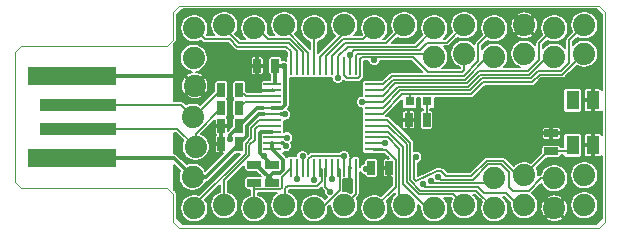
<source format=gtl>
G04 (created by PCBNEW (2013-07-14 BZR 4242)-stable) date Sun 28 Jul 2013 02:20:03 PM CEST*
%MOIN*%
G04 Gerber Fmt 3.4, Leading zero omitted, Abs format*
%FSLAX34Y34*%
G01*
G70*
G90*
G04 APERTURE LIST*
%ADD10C,0.005906*%
%ADD11C,0.003900*%
%ADD12C,0.003921*%
%ADD13C,0.074000*%
%ADD14C,0.134000*%
%ADD15R,0.295200X0.059000*%
%ADD16R,0.255900X0.039300*%
%ADD17R,0.025000X0.045000*%
%ADD18R,0.045000X0.025000*%
%ADD19R,0.031400X0.031400*%
%ADD20R,0.059000X0.009800*%
%ADD21R,0.009800X0.059000*%
%ADD22R,0.043307X0.062992*%
%ADD23C,0.021700*%
%ADD24C,0.011800*%
%ADD25C,0.006000*%
%ADD26C,0.005900*%
G04 APERTURE END LIST*
G54D10*
G54D11*
X15300Y-17430D02*
X15300Y-16500D01*
X15300Y-22574D02*
X15300Y-23500D01*
X29500Y-23700D02*
X15500Y-23700D01*
X29700Y-16500D02*
X29700Y-23500D01*
X15500Y-16300D02*
X29500Y-16300D01*
X10239Y-17630D02*
X15100Y-17630D01*
X10239Y-22374D02*
X15100Y-22374D01*
X10039Y-17830D02*
X10039Y-22174D01*
G54D12*
X10239Y-22374D02*
X10039Y-22174D01*
X15300Y-22574D02*
X15100Y-22374D01*
X15500Y-23700D02*
X15300Y-23500D01*
X29700Y-23500D02*
X29500Y-23700D01*
X29500Y-16300D02*
X29700Y-16500D01*
X15300Y-16500D02*
X15500Y-16300D01*
X15100Y-17630D02*
X15300Y-17430D01*
G54D11*
X10239Y-17630D02*
X10039Y-17830D01*
G54D13*
X26000Y-22050D03*
X27000Y-21950D03*
X28000Y-22050D03*
X29000Y-21950D03*
X24000Y-18000D03*
X25000Y-17900D03*
X26000Y-18000D03*
X27000Y-17900D03*
X28000Y-18000D03*
X29000Y-17900D03*
G54D14*
X25255Y-20413D03*
G54D13*
X16000Y-17050D03*
X17000Y-16950D03*
X18000Y-17050D03*
X19000Y-16950D03*
X20000Y-17050D03*
X21000Y-16950D03*
X22000Y-17050D03*
X23000Y-16950D03*
X24000Y-17050D03*
X25000Y-16950D03*
X26000Y-17050D03*
X27000Y-16950D03*
X28000Y-17050D03*
X29000Y-16950D03*
X16000Y-23050D03*
X17000Y-22950D03*
X18000Y-23050D03*
X19000Y-22950D03*
X20000Y-23050D03*
X21000Y-22950D03*
X22000Y-23050D03*
X23000Y-22950D03*
X24000Y-23050D03*
X25000Y-22950D03*
X26000Y-23050D03*
X27000Y-22950D03*
X28000Y-23050D03*
X29000Y-22950D03*
G54D15*
X11930Y-21377D03*
X11930Y-18623D03*
G54D16*
X12126Y-20393D03*
X12126Y-19607D03*
G54D17*
X16900Y-19100D03*
X17500Y-19100D03*
X16900Y-19700D03*
X17500Y-19700D03*
X18700Y-18300D03*
X18100Y-18300D03*
X17500Y-20300D03*
X16900Y-20300D03*
X21900Y-21700D03*
X22500Y-21700D03*
G54D18*
X18600Y-21600D03*
X18600Y-22200D03*
X27900Y-21150D03*
X27900Y-20550D03*
G54D17*
X23744Y-20098D03*
X23144Y-20098D03*
G54D19*
X23179Y-19488D03*
X23769Y-19488D03*
G54D20*
X18608Y-18918D03*
X18608Y-19115D03*
X18608Y-19312D03*
X18608Y-19508D03*
X18608Y-19705D03*
X18608Y-19902D03*
X18608Y-20098D03*
X18608Y-20295D03*
X18608Y-20492D03*
X18608Y-20688D03*
X18608Y-20885D03*
X18608Y-21082D03*
G54D21*
X19218Y-21692D03*
X19415Y-21692D03*
X19612Y-21692D03*
X19808Y-21692D03*
X20005Y-21692D03*
X20202Y-21692D03*
X20398Y-21692D03*
X20595Y-21692D03*
X20792Y-21692D03*
X20988Y-21692D03*
X21185Y-21692D03*
X21382Y-21692D03*
G54D20*
X21992Y-21082D03*
X21992Y-20885D03*
X21992Y-20688D03*
X21992Y-20492D03*
X21992Y-20295D03*
X21992Y-20098D03*
X21992Y-19902D03*
X21992Y-19705D03*
X21992Y-19508D03*
X21992Y-19312D03*
X21992Y-19115D03*
X21992Y-18918D03*
G54D21*
X21382Y-18308D03*
X21185Y-18308D03*
X20988Y-18308D03*
X20792Y-18308D03*
X20595Y-18308D03*
X20398Y-18308D03*
X20202Y-18308D03*
X20005Y-18308D03*
X19808Y-18308D03*
X19612Y-18308D03*
X19415Y-18308D03*
X19218Y-18308D03*
G54D13*
X15950Y-22000D03*
X16050Y-21000D03*
X15950Y-20000D03*
X16015Y-18960D03*
X15985Y-18040D03*
G54D17*
X17500Y-20900D03*
X16900Y-20900D03*
G54D22*
X28615Y-20948D03*
X29284Y-20948D03*
X28615Y-19451D03*
X29285Y-19451D03*
G54D18*
X18000Y-22200D03*
X18000Y-21600D03*
G54D23*
X17200Y-20750D03*
X20990Y-21310D03*
X21722Y-21751D03*
X18986Y-18316D03*
X19020Y-19920D03*
X20520Y-22490D03*
X23620Y-22250D03*
X22002Y-18101D03*
X21604Y-19507D03*
X21185Y-17928D03*
X20787Y-18700D03*
X23880Y-22140D03*
X20009Y-22106D03*
X24130Y-22010D03*
X20590Y-22086D03*
X22372Y-20885D03*
X23400Y-21340D03*
X19610Y-21310D03*
X19100Y-20690D03*
X19420Y-22080D03*
X18340Y-21300D03*
X21260Y-20620D03*
X21110Y-19100D03*
X16610Y-21320D03*
X22750Y-19950D03*
X28760Y-20370D03*
X29490Y-19910D03*
X17520Y-22610D03*
X18480Y-22010D03*
X19050Y-20980D03*
G54D24*
X17200Y-20600D02*
X17500Y-20300D01*
X17200Y-20750D02*
X17200Y-20600D01*
X17500Y-20300D02*
X18095Y-19705D01*
X18095Y-19705D02*
X18305Y-19705D01*
G54D25*
X18305Y-19705D02*
X18608Y-19705D01*
X19808Y-21692D02*
X19808Y-21402D01*
X20980Y-21300D02*
X20990Y-21310D01*
X19910Y-21300D02*
X20980Y-21300D01*
X19808Y-21402D02*
X19910Y-21300D01*
X20990Y-21690D02*
X20988Y-21692D01*
X20990Y-21310D02*
X20990Y-21690D01*
G54D24*
X21774Y-21700D02*
X21900Y-21700D01*
X21722Y-21751D02*
X21774Y-21700D01*
X18969Y-18300D02*
X18939Y-18300D01*
X18986Y-18316D02*
X18969Y-18300D01*
X18608Y-19705D02*
X18926Y-19705D01*
X18926Y-19705D02*
X19025Y-19606D01*
X19025Y-19606D02*
X19025Y-18385D01*
X19025Y-18385D02*
X18939Y-18300D01*
X18939Y-18300D02*
X18700Y-18300D01*
X18700Y-18300D02*
X18700Y-18850D01*
G54D25*
X18700Y-18850D02*
X18632Y-18918D01*
X18632Y-18918D02*
X18608Y-18918D01*
G54D24*
X17500Y-20900D02*
X17745Y-20654D01*
G54D25*
X18608Y-19902D02*
X18898Y-19902D01*
G54D24*
X18898Y-19902D02*
X19002Y-19902D01*
X19002Y-19902D02*
X19020Y-19920D01*
G54D25*
X18312Y-19902D02*
X18608Y-19902D01*
X18310Y-19900D02*
X18312Y-19902D01*
G54D24*
X18150Y-19900D02*
X18310Y-19900D01*
X17745Y-20305D02*
X18150Y-19900D01*
X17745Y-20654D02*
X17745Y-20305D01*
X15950Y-22000D02*
X16400Y-22000D01*
X16400Y-22000D02*
X17500Y-20900D01*
X11930Y-21377D02*
X15327Y-21377D01*
X15327Y-21377D02*
X15950Y-22000D01*
G54D25*
X18608Y-20098D02*
X18163Y-20098D01*
X17720Y-21230D02*
X16000Y-22950D01*
X17720Y-20890D02*
X17720Y-21230D01*
X17894Y-20716D02*
X17720Y-20890D01*
X17894Y-20366D02*
X17894Y-20716D01*
X18163Y-20098D02*
X17894Y-20366D01*
X16000Y-22950D02*
X16000Y-23050D01*
X16000Y-22880D02*
X16000Y-23050D01*
X21992Y-20295D02*
X22460Y-20295D01*
X24630Y-22580D02*
X25000Y-22950D01*
X23480Y-22580D02*
X24630Y-22580D01*
X23080Y-22180D02*
X23480Y-22580D01*
X23080Y-20914D02*
X23080Y-22180D01*
X22460Y-20295D02*
X23080Y-20914D01*
X21992Y-20098D02*
X22440Y-20098D01*
X25409Y-22459D02*
X26000Y-23050D01*
X23540Y-22459D02*
X25409Y-22459D01*
X23200Y-22120D02*
X23540Y-22459D01*
X23200Y-20857D02*
X23200Y-22120D01*
X22440Y-20098D02*
X23200Y-20857D01*
X27000Y-22950D02*
X26780Y-22950D01*
X25850Y-22550D02*
X25850Y-22549D01*
X26380Y-22550D02*
X25850Y-22550D01*
X26780Y-22950D02*
X26380Y-22550D01*
X20375Y-21714D02*
X20375Y-22345D01*
X20375Y-22345D02*
X20520Y-22490D01*
X20398Y-21692D02*
X20375Y-21714D01*
X25459Y-22339D02*
X25668Y-22549D01*
X25668Y-22549D02*
X25850Y-22549D01*
X23709Y-22339D02*
X25459Y-22339D01*
X23620Y-22250D02*
X23709Y-22339D01*
X18608Y-20295D02*
X18135Y-20295D01*
X17840Y-21279D02*
X17000Y-22120D01*
X17840Y-20940D02*
X17840Y-21279D01*
X18014Y-20766D02*
X17840Y-20940D01*
X18014Y-20416D02*
X18014Y-20766D01*
X18135Y-20295D02*
X18014Y-20416D01*
X17000Y-22950D02*
X17000Y-22120D01*
X19218Y-21692D02*
X19218Y-21712D01*
X18000Y-22420D02*
X18000Y-22410D01*
X18870Y-22420D02*
X18000Y-22420D01*
X18920Y-22370D02*
X18870Y-22420D01*
X18920Y-22010D02*
X18920Y-22370D01*
X19218Y-21712D02*
X18920Y-22010D01*
X18000Y-23050D02*
X18000Y-22410D01*
X18000Y-22410D02*
X18000Y-22200D01*
X19000Y-22950D02*
X19040Y-22909D01*
X19110Y-22310D02*
X20100Y-22310D01*
X19040Y-22379D02*
X19110Y-22310D01*
X19040Y-22909D02*
X19040Y-22379D01*
X20100Y-22310D02*
X20255Y-22154D01*
X20255Y-22154D02*
X20255Y-21745D01*
X20202Y-21692D02*
X20255Y-21745D01*
X19640Y-22310D02*
X20100Y-22310D01*
X20792Y-21692D02*
X20846Y-21746D01*
X20247Y-23050D02*
X20000Y-23050D01*
X20846Y-22450D02*
X20247Y-23050D01*
X20846Y-21746D02*
X20846Y-22450D01*
X21382Y-21692D02*
X21382Y-22568D01*
X21382Y-22568D02*
X21000Y-22950D01*
X21992Y-21082D02*
X22002Y-21092D01*
X22720Y-21430D02*
X22720Y-22330D01*
X22720Y-22330D02*
X22000Y-23050D01*
X22382Y-21092D02*
X22720Y-21430D01*
X22002Y-21092D02*
X22382Y-21092D01*
X21992Y-20688D02*
X22000Y-20679D01*
X22840Y-21068D02*
X22840Y-22790D01*
X22450Y-20679D02*
X22840Y-21068D01*
X22000Y-20679D02*
X22450Y-20679D01*
X22840Y-22790D02*
X23000Y-22950D01*
X23760Y-23050D02*
X22960Y-22250D01*
X24000Y-23050D02*
X23760Y-23050D01*
X22460Y-20492D02*
X21992Y-20492D01*
X22460Y-20492D02*
X22960Y-20991D01*
X22960Y-22250D02*
X22960Y-20991D01*
X21440Y-17900D02*
X23850Y-17900D01*
X21382Y-17958D02*
X21440Y-17900D01*
X21382Y-18308D02*
X21382Y-17958D01*
X23850Y-17900D02*
X24000Y-18050D01*
X23790Y-18520D02*
X24930Y-18520D01*
X25000Y-18450D02*
X25000Y-17900D01*
X24930Y-18520D02*
X25000Y-18450D01*
X22002Y-18101D02*
X22002Y-18020D01*
X21580Y-18020D02*
X22002Y-18020D01*
X22002Y-18020D02*
X23290Y-18020D01*
X21530Y-18070D02*
X21580Y-18020D01*
X21530Y-18640D02*
X21530Y-18070D01*
X21470Y-18700D02*
X21530Y-18640D01*
X21470Y-18700D02*
X21080Y-18700D01*
X23290Y-18020D02*
X23790Y-18520D01*
X20988Y-18308D02*
X20988Y-18608D01*
X20988Y-18608D02*
X21080Y-18700D01*
X26000Y-18050D02*
X25739Y-18050D01*
X22285Y-19115D02*
X21992Y-19115D01*
X22639Y-18760D02*
X22285Y-19115D01*
X25029Y-18760D02*
X22639Y-18760D01*
X25739Y-18050D02*
X25029Y-18760D01*
X25529Y-18600D02*
X27169Y-18600D01*
X27769Y-18000D02*
X28000Y-18000D01*
X27169Y-18600D02*
X27769Y-18000D01*
X21604Y-19508D02*
X21992Y-19508D01*
X21604Y-19507D02*
X21604Y-19508D01*
X21992Y-19508D02*
X22292Y-19508D01*
X22292Y-19508D02*
X22799Y-19000D01*
X22799Y-19000D02*
X25129Y-19000D01*
X25129Y-19000D02*
X25529Y-18600D01*
X25628Y-18840D02*
X27269Y-18840D01*
X27519Y-18590D02*
X28269Y-18590D01*
X27269Y-18840D02*
X27519Y-18590D01*
X28959Y-17900D02*
X29000Y-17900D01*
X28269Y-18590D02*
X28959Y-17900D01*
X23188Y-19240D02*
X23188Y-19478D01*
X23188Y-19478D02*
X23179Y-19488D01*
X22278Y-19902D02*
X21992Y-19902D01*
X22939Y-19240D02*
X22278Y-19902D01*
X25228Y-19240D02*
X23188Y-19240D01*
X23188Y-19240D02*
X22939Y-19240D01*
X25628Y-18840D02*
X25228Y-19240D01*
X19218Y-17812D02*
X19070Y-17664D01*
X16370Y-17420D02*
X16000Y-17050D01*
X17198Y-17420D02*
X16370Y-17420D01*
X19070Y-17664D02*
X17442Y-17664D01*
X19218Y-18308D02*
X19218Y-17812D01*
X17442Y-17664D02*
X17198Y-17420D01*
X21185Y-17928D02*
X21332Y-17780D01*
X21332Y-17780D02*
X23519Y-17780D01*
X21185Y-18308D02*
X21185Y-17928D01*
X23519Y-17780D02*
X23775Y-17525D01*
X23775Y-17525D02*
X24425Y-17525D01*
X24425Y-17525D02*
X25000Y-16950D01*
X21992Y-18918D02*
X22302Y-18918D01*
X22580Y-18640D02*
X24979Y-18640D01*
X22302Y-18918D02*
X22580Y-18640D01*
X26000Y-17050D02*
X25470Y-17580D01*
X25470Y-18150D02*
X24979Y-18640D01*
X25470Y-17580D02*
X25470Y-18150D01*
X28000Y-17050D02*
X27500Y-17550D01*
X22278Y-19312D02*
X21992Y-19312D01*
X22709Y-18880D02*
X22278Y-19312D01*
X25079Y-18880D02*
X22709Y-18880D01*
X25479Y-18480D02*
X25079Y-18880D01*
X27120Y-18480D02*
X25479Y-18480D01*
X27500Y-18100D02*
X27120Y-18480D01*
X27500Y-17550D02*
X27500Y-18100D01*
X25578Y-18720D02*
X27219Y-18720D01*
X27469Y-18470D02*
X28220Y-18470D01*
X27219Y-18720D02*
X27469Y-18470D01*
X28220Y-18470D02*
X28500Y-18190D01*
X29000Y-16950D02*
X28500Y-17450D01*
X22285Y-19705D02*
X21992Y-19705D01*
X22869Y-19120D02*
X22285Y-19705D01*
X25178Y-19120D02*
X22869Y-19120D01*
X25578Y-18720D02*
X25178Y-19120D01*
X28500Y-17450D02*
X28500Y-18190D01*
X19148Y-17542D02*
X17492Y-17542D01*
X19415Y-17809D02*
X19148Y-17542D01*
X17492Y-17542D02*
X17000Y-17050D01*
X17000Y-16950D02*
X17000Y-17050D01*
X19415Y-18308D02*
X19415Y-17809D01*
X19612Y-17834D02*
X19198Y-17420D01*
X19612Y-18308D02*
X19612Y-17834D01*
X18000Y-17050D02*
X18000Y-16950D01*
X19198Y-17420D02*
X18470Y-17420D01*
X18470Y-17420D02*
X18000Y-16950D01*
X19000Y-16950D02*
X19000Y-17050D01*
X19808Y-18308D02*
X19808Y-17858D01*
X19808Y-17858D02*
X19000Y-17050D01*
X20005Y-18308D02*
X20005Y-17055D01*
X20005Y-17055D02*
X20000Y-17050D01*
X20202Y-18308D02*
X20202Y-17998D01*
X21000Y-17200D02*
X21000Y-16950D01*
X20202Y-17998D02*
X21000Y-17200D01*
X20398Y-18308D02*
X20398Y-17972D01*
X21630Y-17420D02*
X22000Y-17050D01*
X20950Y-17420D02*
X21630Y-17420D01*
X20398Y-17972D02*
X20950Y-17420D01*
X20595Y-18308D02*
X20595Y-17975D01*
X22409Y-17540D02*
X23000Y-16950D01*
X21029Y-17540D02*
X22409Y-17540D01*
X20595Y-17975D02*
X21029Y-17540D01*
X20792Y-18308D02*
X20792Y-18696D01*
X20792Y-18696D02*
X20787Y-18700D01*
X20792Y-18308D02*
X20792Y-17988D01*
X23389Y-17660D02*
X24000Y-17050D01*
X21119Y-17660D02*
X23389Y-17660D01*
X20792Y-17988D02*
X21119Y-17660D01*
X23959Y-22219D02*
X23880Y-22140D01*
X25830Y-22219D02*
X23959Y-22219D01*
X26000Y-22050D02*
X25830Y-22219D01*
X20005Y-22101D02*
X20009Y-22106D01*
X20005Y-22101D02*
X20005Y-21692D01*
X27150Y-22460D02*
X27560Y-22050D01*
X26630Y-22460D02*
X27150Y-22460D01*
X26500Y-22330D02*
X26630Y-22460D01*
X26500Y-21844D02*
X26500Y-22330D01*
X27560Y-22050D02*
X28000Y-22050D01*
X24219Y-22099D02*
X24130Y-22010D01*
X26500Y-21844D02*
X26240Y-21584D01*
X26240Y-21584D02*
X25797Y-21584D01*
X25797Y-21584D02*
X25281Y-22099D01*
X25281Y-22099D02*
X24219Y-22099D01*
X20590Y-21696D02*
X20595Y-21692D01*
X20590Y-21696D02*
X20590Y-22086D01*
X17500Y-19700D02*
X17692Y-19508D01*
X17692Y-19508D02*
X18608Y-19508D01*
X17500Y-19100D02*
X17712Y-19312D01*
X17712Y-19312D02*
X18608Y-19312D01*
X24220Y-21810D02*
X24389Y-21979D01*
X25232Y-21979D02*
X25747Y-21464D01*
X25747Y-21464D02*
X26289Y-21464D01*
X26289Y-21464D02*
X26775Y-21950D01*
X27000Y-21950D02*
X26775Y-21950D01*
X23410Y-21340D02*
X23320Y-21429D01*
X23386Y-22132D02*
X24080Y-21810D01*
X23320Y-22070D02*
X23386Y-22132D01*
X23320Y-21429D02*
X23320Y-22070D01*
X23400Y-21340D02*
X23410Y-21340D01*
X22371Y-20885D02*
X21992Y-20885D01*
X22371Y-20885D02*
X22372Y-20885D01*
X24220Y-21810D02*
X24080Y-21810D01*
X24389Y-21979D02*
X25232Y-21979D01*
X27900Y-21150D02*
X28413Y-21150D01*
X28413Y-21150D02*
X28615Y-20948D01*
X27000Y-21950D02*
X27800Y-21150D01*
X27800Y-21150D02*
X27900Y-21150D01*
X15950Y-20000D02*
X16000Y-20000D01*
X16000Y-20000D02*
X16900Y-19100D01*
X12126Y-19607D02*
X15557Y-19607D01*
X15557Y-19607D02*
X15950Y-20000D01*
X16050Y-21000D02*
X16050Y-20560D01*
X16900Y-19710D02*
X16900Y-19700D01*
X16050Y-20560D02*
X16900Y-19710D01*
X12126Y-20393D02*
X15443Y-20393D01*
X15443Y-20393D02*
X16050Y-21000D01*
X19612Y-21692D02*
X19612Y-21312D01*
X19612Y-21312D02*
X19610Y-21310D01*
X23744Y-20098D02*
X23744Y-19512D01*
X23744Y-19512D02*
X23769Y-19488D01*
X18608Y-20688D02*
X19098Y-20688D01*
X19098Y-20688D02*
X19100Y-20690D01*
X19415Y-21692D02*
X19415Y-22075D01*
X19415Y-22075D02*
X19420Y-22080D01*
G54D24*
X18340Y-21300D02*
X18300Y-21300D01*
X18190Y-20533D02*
X18231Y-20492D01*
X18190Y-21190D02*
X18190Y-20533D01*
X18300Y-21300D02*
X18190Y-21190D01*
X18340Y-21300D02*
X18340Y-21340D01*
X18340Y-21340D02*
X18600Y-21600D01*
X18608Y-20492D02*
X18231Y-20492D01*
G54D25*
X21260Y-20620D02*
X21260Y-19250D01*
X21185Y-21405D02*
X21260Y-21330D01*
X21260Y-21330D02*
X21260Y-20620D01*
X21185Y-21692D02*
X21185Y-21405D01*
X21260Y-19250D02*
X21110Y-19100D01*
X16900Y-20900D02*
X16630Y-20900D01*
X16610Y-20920D02*
X16610Y-21320D01*
X16630Y-20900D02*
X16610Y-20920D01*
X23144Y-20098D02*
X22898Y-20098D01*
X22898Y-20098D02*
X22750Y-19950D01*
G54D24*
X11930Y-18623D02*
X15678Y-18623D01*
X15678Y-18623D02*
X16015Y-18960D01*
X18608Y-21082D02*
X18950Y-21424D01*
X18620Y-21870D02*
X18480Y-22010D01*
X18850Y-21870D02*
X18620Y-21870D01*
X18950Y-21770D02*
X18850Y-21870D01*
X18950Y-21424D02*
X18950Y-21770D01*
X18000Y-21600D02*
X18070Y-21600D01*
X18070Y-21600D02*
X18480Y-22010D01*
X18600Y-22130D02*
X18600Y-22200D01*
X18480Y-22010D02*
X18600Y-22130D01*
G54D25*
X18905Y-20885D02*
X18608Y-20885D01*
X18910Y-20880D02*
X18905Y-20885D01*
G54D24*
X18950Y-20880D02*
X18910Y-20880D01*
X19050Y-20980D02*
X18950Y-20880D01*
X18608Y-20885D02*
X18608Y-21082D01*
G54D10*
G36*
X21251Y-22513D02*
X21228Y-22536D01*
X21224Y-22534D01*
X21139Y-22498D01*
X21049Y-22479D01*
X20973Y-22479D01*
X20974Y-22477D01*
X20974Y-22477D01*
X20974Y-22476D01*
X20975Y-22464D01*
X20976Y-22452D01*
X20976Y-22451D01*
X20976Y-22451D01*
X20976Y-22451D01*
X20976Y-22450D01*
X20976Y-22087D01*
X21046Y-22087D01*
X21066Y-22083D01*
X21084Y-22076D01*
X21098Y-22067D01*
X21110Y-22072D01*
X21127Y-22075D01*
X21138Y-22075D01*
X21160Y-22053D01*
X21160Y-21721D01*
X21147Y-21721D01*
X21147Y-21662D01*
X21160Y-21662D01*
X21160Y-21654D01*
X21209Y-21654D01*
X21209Y-21662D01*
X21222Y-21662D01*
X21222Y-21721D01*
X21209Y-21721D01*
X21209Y-22053D01*
X21231Y-22075D01*
X21242Y-22075D01*
X21251Y-22073D01*
X21251Y-22513D01*
X21251Y-22513D01*
G37*
G54D26*
X21251Y-22513D02*
X21228Y-22536D01*
X21224Y-22534D01*
X21139Y-22498D01*
X21049Y-22479D01*
X20973Y-22479D01*
X20974Y-22477D01*
X20974Y-22477D01*
X20974Y-22476D01*
X20975Y-22464D01*
X20976Y-22452D01*
X20976Y-22451D01*
X20976Y-22451D01*
X20976Y-22451D01*
X20976Y-22450D01*
X20976Y-22087D01*
X21046Y-22087D01*
X21066Y-22083D01*
X21084Y-22076D01*
X21098Y-22067D01*
X21110Y-22072D01*
X21127Y-22075D01*
X21138Y-22075D01*
X21160Y-22053D01*
X21160Y-21721D01*
X21147Y-21721D01*
X21147Y-21662D01*
X21160Y-21662D01*
X21160Y-21654D01*
X21209Y-21654D01*
X21209Y-21662D01*
X21222Y-21662D01*
X21222Y-21721D01*
X21209Y-21721D01*
X21209Y-22053D01*
X21231Y-22075D01*
X21242Y-22075D01*
X21251Y-22073D01*
X21251Y-22513D01*
G54D10*
G36*
X29580Y-23384D02*
X29470Y-23493D01*
X29470Y-22903D01*
X29470Y-21903D01*
X29452Y-21813D01*
X29417Y-21728D01*
X29366Y-21651D01*
X29301Y-21585D01*
X29255Y-21554D01*
X29255Y-19833D01*
X29255Y-19481D01*
X29255Y-19422D01*
X29255Y-19070D01*
X29233Y-19048D01*
X29077Y-19048D01*
X29059Y-19048D01*
X29042Y-19051D01*
X29026Y-19058D01*
X29012Y-19068D01*
X28999Y-19080D01*
X28990Y-19095D01*
X28983Y-19111D01*
X28979Y-19128D01*
X28979Y-19400D01*
X29002Y-19422D01*
X29255Y-19422D01*
X29255Y-19481D01*
X29002Y-19481D01*
X28979Y-19503D01*
X28979Y-19775D01*
X28983Y-19792D01*
X28990Y-19808D01*
X28999Y-19823D01*
X29012Y-19835D01*
X29026Y-19845D01*
X29042Y-19852D01*
X29059Y-19855D01*
X29077Y-19855D01*
X29233Y-19855D01*
X29255Y-19833D01*
X29255Y-21554D01*
X29255Y-21554D01*
X29255Y-21329D01*
X29255Y-20977D01*
X29255Y-20918D01*
X29255Y-20566D01*
X29233Y-20544D01*
X29076Y-20544D01*
X29059Y-20544D01*
X29042Y-20547D01*
X29026Y-20554D01*
X29011Y-20564D01*
X28999Y-20576D01*
X28989Y-20591D01*
X28983Y-20607D01*
X28979Y-20624D01*
X28979Y-20896D01*
X29001Y-20918D01*
X29255Y-20918D01*
X29255Y-20977D01*
X29001Y-20977D01*
X28979Y-20999D01*
X28979Y-21271D01*
X28983Y-21288D01*
X28989Y-21304D01*
X28999Y-21319D01*
X29011Y-21331D01*
X29026Y-21341D01*
X29042Y-21348D01*
X29059Y-21351D01*
X29076Y-21351D01*
X29233Y-21351D01*
X29255Y-21329D01*
X29255Y-21554D01*
X29224Y-21534D01*
X29139Y-21498D01*
X29049Y-21479D01*
X28957Y-21479D01*
X28866Y-21496D01*
X28780Y-21531D01*
X28703Y-21581D01*
X28637Y-21646D01*
X28585Y-21722D01*
X28549Y-21807D01*
X28530Y-21897D01*
X28528Y-21989D01*
X28545Y-22080D01*
X28579Y-22166D01*
X28629Y-22243D01*
X28693Y-22310D01*
X28769Y-22362D01*
X28853Y-22399D01*
X28944Y-22419D01*
X29036Y-22421D01*
X29127Y-22405D01*
X29213Y-22371D01*
X29291Y-22322D01*
X29357Y-22258D01*
X29411Y-22183D01*
X29448Y-22099D01*
X29469Y-22009D01*
X29470Y-21903D01*
X29470Y-22903D01*
X29452Y-22813D01*
X29417Y-22728D01*
X29366Y-22651D01*
X29301Y-22585D01*
X29224Y-22534D01*
X29139Y-22498D01*
X29049Y-22479D01*
X28957Y-22479D01*
X28866Y-22496D01*
X28780Y-22531D01*
X28703Y-22581D01*
X28637Y-22646D01*
X28585Y-22722D01*
X28549Y-22807D01*
X28530Y-22897D01*
X28528Y-22989D01*
X28545Y-23080D01*
X28579Y-23166D01*
X28629Y-23243D01*
X28693Y-23310D01*
X28769Y-23362D01*
X28853Y-23399D01*
X28944Y-23419D01*
X29036Y-23421D01*
X29127Y-23405D01*
X29213Y-23371D01*
X29291Y-23322D01*
X29357Y-23258D01*
X29411Y-23183D01*
X29448Y-23099D01*
X29469Y-23009D01*
X29470Y-22903D01*
X29470Y-23493D01*
X29384Y-23580D01*
X28460Y-23580D01*
X28460Y-23038D01*
X28449Y-22948D01*
X28421Y-22863D01*
X28389Y-22803D01*
X28330Y-22761D01*
X28288Y-22803D01*
X28288Y-22719D01*
X28246Y-22660D01*
X28165Y-22620D01*
X28078Y-22596D01*
X27988Y-22589D01*
X27898Y-22600D01*
X27813Y-22628D01*
X27753Y-22660D01*
X27711Y-22719D01*
X28000Y-23008D01*
X28288Y-22719D01*
X28288Y-22803D01*
X28041Y-23050D01*
X28330Y-23338D01*
X28389Y-23296D01*
X28429Y-23215D01*
X28453Y-23128D01*
X28460Y-23038D01*
X28460Y-23580D01*
X28288Y-23580D01*
X28288Y-23380D01*
X28000Y-23091D01*
X27958Y-23133D01*
X27958Y-23050D01*
X27669Y-22761D01*
X27610Y-22803D01*
X27570Y-22884D01*
X27546Y-22971D01*
X27539Y-23061D01*
X27550Y-23151D01*
X27578Y-23236D01*
X27610Y-23296D01*
X27669Y-23338D01*
X27958Y-23050D01*
X27958Y-23133D01*
X27711Y-23380D01*
X27753Y-23439D01*
X27834Y-23479D01*
X27921Y-23503D01*
X28011Y-23510D01*
X28101Y-23499D01*
X28186Y-23471D01*
X28246Y-23439D01*
X28288Y-23380D01*
X28288Y-23580D01*
X15615Y-23580D01*
X15420Y-23384D01*
X15420Y-22576D01*
X15420Y-22575D01*
X15420Y-22574D01*
X15420Y-22574D01*
X15419Y-22573D01*
X15418Y-22551D01*
X15417Y-22550D01*
X15417Y-22550D01*
X15417Y-22549D01*
X15411Y-22529D01*
X15410Y-22528D01*
X15410Y-22528D01*
X15410Y-22527D01*
X15400Y-22508D01*
X15399Y-22507D01*
X15399Y-22507D01*
X15399Y-22506D01*
X15386Y-22490D01*
X15384Y-22489D01*
X15329Y-22433D01*
X15329Y-21906D01*
X15329Y-21605D01*
X15523Y-21799D01*
X15499Y-21857D01*
X15480Y-21947D01*
X15478Y-22039D01*
X15495Y-22130D01*
X15529Y-22216D01*
X15579Y-22293D01*
X15643Y-22360D01*
X15719Y-22412D01*
X15803Y-22449D01*
X15894Y-22469D01*
X15986Y-22471D01*
X16077Y-22455D01*
X16163Y-22421D01*
X16241Y-22372D01*
X16307Y-22308D01*
X16361Y-22233D01*
X16394Y-22159D01*
X16400Y-22159D01*
X16414Y-22158D01*
X16429Y-22156D01*
X16430Y-22156D01*
X16430Y-22156D01*
X16445Y-22152D01*
X16459Y-22148D01*
X16459Y-22147D01*
X16460Y-22147D01*
X16473Y-22140D01*
X16486Y-22133D01*
X16487Y-22133D01*
X16488Y-22132D01*
X16499Y-22123D01*
X16511Y-22114D01*
X16512Y-22113D01*
X16512Y-22113D01*
X16512Y-22113D01*
X16512Y-22112D01*
X17400Y-21225D01*
X17540Y-21225D01*
X16159Y-22606D01*
X16139Y-22598D01*
X16049Y-22579D01*
X15957Y-22579D01*
X15866Y-22596D01*
X15780Y-22631D01*
X15703Y-22681D01*
X15637Y-22746D01*
X15585Y-22822D01*
X15549Y-22907D01*
X15530Y-22997D01*
X15528Y-23089D01*
X15545Y-23180D01*
X15579Y-23266D01*
X15629Y-23343D01*
X15693Y-23410D01*
X15769Y-23462D01*
X15853Y-23499D01*
X15944Y-23519D01*
X16036Y-23521D01*
X16127Y-23505D01*
X16213Y-23471D01*
X16291Y-23422D01*
X16357Y-23358D01*
X16411Y-23283D01*
X16448Y-23199D01*
X16469Y-23109D01*
X16470Y-23003D01*
X16452Y-22913D01*
X16417Y-22828D01*
X16373Y-22761D01*
X16869Y-22265D01*
X16869Y-22495D01*
X16866Y-22496D01*
X16780Y-22531D01*
X16703Y-22581D01*
X16637Y-22646D01*
X16585Y-22722D01*
X16549Y-22807D01*
X16530Y-22897D01*
X16528Y-22989D01*
X16545Y-23080D01*
X16579Y-23166D01*
X16629Y-23243D01*
X16693Y-23310D01*
X16769Y-23362D01*
X16853Y-23399D01*
X16944Y-23419D01*
X17036Y-23421D01*
X17127Y-23405D01*
X17213Y-23371D01*
X17291Y-23322D01*
X17357Y-23258D01*
X17411Y-23183D01*
X17448Y-23099D01*
X17469Y-23009D01*
X17470Y-22903D01*
X17452Y-22813D01*
X17417Y-22728D01*
X17366Y-22651D01*
X17301Y-22585D01*
X17224Y-22534D01*
X17139Y-22498D01*
X17130Y-22496D01*
X17130Y-22174D01*
X17674Y-21630D01*
X17674Y-21734D01*
X17678Y-21754D01*
X17685Y-21772D01*
X17696Y-21789D01*
X17710Y-21803D01*
X17727Y-21814D01*
X17745Y-21821D01*
X17765Y-21825D01*
X17784Y-21825D01*
X18069Y-21825D01*
X18218Y-21974D01*
X18215Y-21974D01*
X17765Y-21974D01*
X17745Y-21978D01*
X17727Y-21985D01*
X17710Y-21996D01*
X17696Y-22010D01*
X17685Y-22027D01*
X17678Y-22045D01*
X17674Y-22065D01*
X17674Y-22084D01*
X17674Y-22334D01*
X17678Y-22354D01*
X17685Y-22372D01*
X17696Y-22389D01*
X17710Y-22403D01*
X17727Y-22414D01*
X17745Y-22421D01*
X17765Y-22425D01*
X17784Y-22425D01*
X17869Y-22425D01*
X17869Y-22595D01*
X17866Y-22596D01*
X17780Y-22631D01*
X17703Y-22681D01*
X17637Y-22746D01*
X17585Y-22822D01*
X17549Y-22907D01*
X17530Y-22997D01*
X17528Y-23089D01*
X17545Y-23180D01*
X17579Y-23266D01*
X17629Y-23343D01*
X17693Y-23410D01*
X17769Y-23462D01*
X17853Y-23499D01*
X17944Y-23519D01*
X18036Y-23521D01*
X18127Y-23505D01*
X18213Y-23471D01*
X18291Y-23422D01*
X18357Y-23358D01*
X18411Y-23283D01*
X18448Y-23199D01*
X18469Y-23109D01*
X18470Y-23003D01*
X18452Y-22913D01*
X18417Y-22828D01*
X18366Y-22751D01*
X18301Y-22685D01*
X18224Y-22634D01*
X18139Y-22598D01*
X18130Y-22596D01*
X18130Y-22550D01*
X18751Y-22550D01*
X18703Y-22581D01*
X18637Y-22646D01*
X18585Y-22722D01*
X18549Y-22807D01*
X18530Y-22897D01*
X18528Y-22989D01*
X18545Y-23080D01*
X18579Y-23166D01*
X18629Y-23243D01*
X18693Y-23310D01*
X18769Y-23362D01*
X18853Y-23399D01*
X18944Y-23419D01*
X19036Y-23421D01*
X19127Y-23405D01*
X19213Y-23371D01*
X19291Y-23322D01*
X19357Y-23258D01*
X19411Y-23183D01*
X19448Y-23099D01*
X19469Y-23009D01*
X19470Y-22903D01*
X19452Y-22813D01*
X19417Y-22728D01*
X19366Y-22651D01*
X19301Y-22585D01*
X19224Y-22534D01*
X19170Y-22511D01*
X19170Y-22440D01*
X19640Y-22440D01*
X20100Y-22440D01*
X20112Y-22439D01*
X20124Y-22438D01*
X20124Y-22438D01*
X20125Y-22438D01*
X20136Y-22434D01*
X20148Y-22431D01*
X20149Y-22430D01*
X20149Y-22430D01*
X20160Y-22424D01*
X20171Y-22419D01*
X20171Y-22419D01*
X20172Y-22418D01*
X20181Y-22411D01*
X20190Y-22403D01*
X20191Y-22402D01*
X20191Y-22402D01*
X20191Y-22402D01*
X20192Y-22402D01*
X20245Y-22348D01*
X20246Y-22357D01*
X20247Y-22369D01*
X20247Y-22370D01*
X20247Y-22371D01*
X20251Y-22382D01*
X20254Y-22394D01*
X20255Y-22394D01*
X20255Y-22395D01*
X20260Y-22406D01*
X20266Y-22416D01*
X20266Y-22417D01*
X20267Y-22418D01*
X20274Y-22427D01*
X20282Y-22436D01*
X20283Y-22437D01*
X20283Y-22437D01*
X20283Y-22437D01*
X20283Y-22438D01*
X20311Y-22465D01*
X20311Y-22466D01*
X20310Y-22507D01*
X20318Y-22547D01*
X20333Y-22585D01*
X20355Y-22620D01*
X20383Y-22649D01*
X20417Y-22673D01*
X20432Y-22679D01*
X20363Y-22748D01*
X20301Y-22685D01*
X20224Y-22634D01*
X20139Y-22598D01*
X20049Y-22579D01*
X19957Y-22579D01*
X19866Y-22596D01*
X19780Y-22631D01*
X19703Y-22681D01*
X19637Y-22746D01*
X19585Y-22822D01*
X19549Y-22907D01*
X19530Y-22997D01*
X19528Y-23089D01*
X19545Y-23180D01*
X19579Y-23266D01*
X19629Y-23343D01*
X19693Y-23410D01*
X19769Y-23462D01*
X19853Y-23499D01*
X19944Y-23519D01*
X20036Y-23521D01*
X20127Y-23505D01*
X20213Y-23471D01*
X20291Y-23422D01*
X20357Y-23358D01*
X20411Y-23283D01*
X20448Y-23199D01*
X20469Y-23109D01*
X20470Y-23011D01*
X20529Y-22952D01*
X20528Y-22989D01*
X20545Y-23080D01*
X20579Y-23166D01*
X20629Y-23243D01*
X20693Y-23310D01*
X20769Y-23362D01*
X20853Y-23399D01*
X20944Y-23419D01*
X21036Y-23421D01*
X21127Y-23405D01*
X21213Y-23371D01*
X21291Y-23322D01*
X21357Y-23258D01*
X21411Y-23183D01*
X21448Y-23099D01*
X21469Y-23009D01*
X21470Y-22903D01*
X21452Y-22813D01*
X21417Y-22728D01*
X21413Y-22721D01*
X21474Y-22660D01*
X21481Y-22650D01*
X21489Y-22641D01*
X21490Y-22641D01*
X21490Y-22640D01*
X21496Y-22629D01*
X21501Y-22619D01*
X21502Y-22618D01*
X21502Y-22618D01*
X21505Y-22606D01*
X21509Y-22595D01*
X21509Y-22594D01*
X21509Y-22593D01*
X21511Y-22581D01*
X21512Y-22569D01*
X21512Y-22568D01*
X21512Y-22568D01*
X21512Y-22568D01*
X21512Y-22568D01*
X21512Y-22045D01*
X21520Y-22034D01*
X21527Y-22016D01*
X21531Y-21996D01*
X21531Y-21977D01*
X21531Y-21837D01*
X21535Y-21847D01*
X21557Y-21882D01*
X21586Y-21911D01*
X21619Y-21935D01*
X21657Y-21951D01*
X21679Y-21956D01*
X21685Y-21972D01*
X21696Y-21989D01*
X21710Y-22003D01*
X21727Y-22014D01*
X21745Y-22021D01*
X21765Y-22025D01*
X21784Y-22025D01*
X22034Y-22025D01*
X22054Y-22021D01*
X22072Y-22014D01*
X22089Y-22003D01*
X22103Y-21989D01*
X22114Y-21972D01*
X22121Y-21954D01*
X22125Y-21934D01*
X22125Y-21915D01*
X22125Y-21465D01*
X22121Y-21445D01*
X22114Y-21427D01*
X22103Y-21410D01*
X22089Y-21396D01*
X22072Y-21385D01*
X22054Y-21378D01*
X22034Y-21374D01*
X22015Y-21374D01*
X21765Y-21374D01*
X21745Y-21378D01*
X21727Y-21385D01*
X21710Y-21396D01*
X21696Y-21410D01*
X21685Y-21427D01*
X21678Y-21445D01*
X21674Y-21465D01*
X21674Y-21484D01*
X21674Y-21548D01*
X21663Y-21550D01*
X21625Y-21565D01*
X21590Y-21588D01*
X21561Y-21616D01*
X21538Y-21650D01*
X21531Y-21666D01*
X21531Y-21387D01*
X21527Y-21367D01*
X21520Y-21349D01*
X21509Y-21332D01*
X21495Y-21318D01*
X21478Y-21307D01*
X21460Y-21300D01*
X21440Y-21296D01*
X21421Y-21296D01*
X21323Y-21296D01*
X21303Y-21300D01*
X21285Y-21307D01*
X21271Y-21316D01*
X21259Y-21311D01*
X21242Y-21308D01*
X21231Y-21308D01*
X21214Y-21325D01*
X21214Y-21308D01*
X21198Y-21308D01*
X21199Y-21289D01*
X21191Y-21249D01*
X21175Y-21211D01*
X21152Y-21177D01*
X21123Y-21148D01*
X21089Y-21125D01*
X21052Y-21109D01*
X21011Y-21101D01*
X20970Y-21100D01*
X20930Y-21108D01*
X20892Y-21123D01*
X20858Y-21146D01*
X20834Y-21169D01*
X19910Y-21169D01*
X19897Y-21170D01*
X19885Y-21171D01*
X19885Y-21171D01*
X19884Y-21171D01*
X19873Y-21175D01*
X19861Y-21178D01*
X19860Y-21179D01*
X19860Y-21179D01*
X19849Y-21184D01*
X19838Y-21190D01*
X19838Y-21190D01*
X19837Y-21191D01*
X19828Y-21198D01*
X19819Y-21206D01*
X19818Y-21207D01*
X19818Y-21207D01*
X19818Y-21207D01*
X19817Y-21207D01*
X19800Y-21224D01*
X19795Y-21211D01*
X19772Y-21177D01*
X19743Y-21148D01*
X19709Y-21125D01*
X19672Y-21109D01*
X19631Y-21101D01*
X19590Y-21100D01*
X19550Y-21108D01*
X19512Y-21123D01*
X19478Y-21146D01*
X19449Y-21175D01*
X19425Y-21208D01*
X19409Y-21246D01*
X19401Y-21286D01*
X19401Y-21296D01*
X19356Y-21296D01*
X19336Y-21300D01*
X19318Y-21307D01*
X19316Y-21309D01*
X19314Y-21307D01*
X19296Y-21300D01*
X19276Y-21296D01*
X19257Y-21296D01*
X19159Y-21296D01*
X19139Y-21300D01*
X19121Y-21307D01*
X19104Y-21318D01*
X19090Y-21332D01*
X19085Y-21340D01*
X19083Y-21337D01*
X19083Y-21336D01*
X19082Y-21335D01*
X19073Y-21324D01*
X19064Y-21312D01*
X19063Y-21311D01*
X19063Y-21311D01*
X19063Y-21311D01*
X19062Y-21311D01*
X18963Y-21211D01*
X18967Y-21209D01*
X18981Y-21195D01*
X18990Y-21180D01*
X19025Y-21188D01*
X19066Y-21189D01*
X19106Y-21182D01*
X19144Y-21167D01*
X19179Y-21145D01*
X19208Y-21117D01*
X19232Y-21083D01*
X19249Y-21046D01*
X19258Y-21006D01*
X19259Y-20959D01*
X19251Y-20919D01*
X19235Y-20881D01*
X19221Y-20860D01*
X19229Y-20855D01*
X19258Y-20827D01*
X19282Y-20793D01*
X19299Y-20756D01*
X19308Y-20716D01*
X19309Y-20669D01*
X19301Y-20629D01*
X19285Y-20591D01*
X19262Y-20557D01*
X19233Y-20528D01*
X19199Y-20505D01*
X19162Y-20489D01*
X19121Y-20481D01*
X19080Y-20480D01*
X19040Y-20488D01*
X19003Y-20503D01*
X19003Y-20433D01*
X18999Y-20413D01*
X18992Y-20395D01*
X18990Y-20393D01*
X18992Y-20391D01*
X18999Y-20373D01*
X19003Y-20353D01*
X19003Y-20334D01*
X19003Y-20236D01*
X18999Y-20216D01*
X18992Y-20198D01*
X18990Y-20196D01*
X18992Y-20194D01*
X18999Y-20176D01*
X19003Y-20156D01*
X19003Y-20137D01*
X19003Y-20128D01*
X19036Y-20129D01*
X19076Y-20122D01*
X19114Y-20107D01*
X19149Y-20085D01*
X19178Y-20057D01*
X19202Y-20023D01*
X19219Y-19986D01*
X19228Y-19946D01*
X19229Y-19899D01*
X19221Y-19859D01*
X19205Y-19821D01*
X19182Y-19787D01*
X19153Y-19758D01*
X19121Y-19736D01*
X19138Y-19719D01*
X19147Y-19707D01*
X19157Y-19696D01*
X19157Y-19695D01*
X19158Y-19695D01*
X19165Y-19682D01*
X19172Y-19669D01*
X19172Y-19668D01*
X19172Y-19667D01*
X19177Y-19653D01*
X19181Y-19639D01*
X19181Y-19638D01*
X19181Y-19637D01*
X19183Y-19623D01*
X19185Y-19608D01*
X19185Y-19606D01*
X19185Y-19606D01*
X19185Y-19606D01*
X19185Y-19606D01*
X19185Y-18703D01*
X19276Y-18703D01*
X19296Y-18699D01*
X19314Y-18692D01*
X19316Y-18690D01*
X19318Y-18692D01*
X19336Y-18699D01*
X19356Y-18703D01*
X19375Y-18703D01*
X19473Y-18703D01*
X19493Y-18699D01*
X19511Y-18692D01*
X19513Y-18690D01*
X19515Y-18692D01*
X19533Y-18699D01*
X19553Y-18703D01*
X19572Y-18703D01*
X19670Y-18703D01*
X19690Y-18699D01*
X19708Y-18692D01*
X19710Y-18691D01*
X19711Y-18692D01*
X19729Y-18699D01*
X19749Y-18703D01*
X19768Y-18703D01*
X19866Y-18703D01*
X19886Y-18699D01*
X19904Y-18692D01*
X19906Y-18690D01*
X19908Y-18692D01*
X19926Y-18699D01*
X19946Y-18703D01*
X19965Y-18703D01*
X20063Y-18703D01*
X20083Y-18699D01*
X20101Y-18692D01*
X20103Y-18690D01*
X20105Y-18692D01*
X20123Y-18699D01*
X20143Y-18703D01*
X20162Y-18703D01*
X20260Y-18703D01*
X20280Y-18699D01*
X20298Y-18692D01*
X20300Y-18691D01*
X20301Y-18692D01*
X20319Y-18699D01*
X20339Y-18703D01*
X20358Y-18703D01*
X20456Y-18703D01*
X20476Y-18699D01*
X20494Y-18692D01*
X20496Y-18690D01*
X20498Y-18692D01*
X20516Y-18699D01*
X20536Y-18703D01*
X20555Y-18703D01*
X20578Y-18703D01*
X20578Y-18718D01*
X20585Y-18758D01*
X20600Y-18796D01*
X20622Y-18831D01*
X20651Y-18860D01*
X20684Y-18884D01*
X20722Y-18900D01*
X20762Y-18909D01*
X20803Y-18910D01*
X20843Y-18903D01*
X20882Y-18888D01*
X20916Y-18866D01*
X20946Y-18838D01*
X20970Y-18804D01*
X20979Y-18783D01*
X20987Y-18792D01*
X20997Y-18799D01*
X21006Y-18807D01*
X21006Y-18808D01*
X21007Y-18808D01*
X21018Y-18814D01*
X21028Y-18819D01*
X21029Y-18820D01*
X21029Y-18820D01*
X21041Y-18823D01*
X21052Y-18827D01*
X21053Y-18827D01*
X21054Y-18827D01*
X21066Y-18829D01*
X21078Y-18830D01*
X21079Y-18830D01*
X21079Y-18830D01*
X21079Y-18830D01*
X21080Y-18830D01*
X21470Y-18830D01*
X21482Y-18829D01*
X21494Y-18828D01*
X21494Y-18828D01*
X21495Y-18828D01*
X21506Y-18824D01*
X21518Y-18821D01*
X21519Y-18820D01*
X21519Y-18820D01*
X21530Y-18814D01*
X21541Y-18809D01*
X21541Y-18809D01*
X21542Y-18808D01*
X21551Y-18801D01*
X21560Y-18793D01*
X21561Y-18792D01*
X21561Y-18792D01*
X21561Y-18792D01*
X21562Y-18792D01*
X21622Y-18732D01*
X21629Y-18722D01*
X21637Y-18713D01*
X21638Y-18713D01*
X21638Y-18712D01*
X21644Y-18701D01*
X21649Y-18691D01*
X21650Y-18690D01*
X21650Y-18690D01*
X21653Y-18678D01*
X21657Y-18667D01*
X21657Y-18666D01*
X21657Y-18665D01*
X21659Y-18653D01*
X21660Y-18641D01*
X21660Y-18640D01*
X21660Y-18640D01*
X21660Y-18640D01*
X21660Y-18640D01*
X21660Y-18150D01*
X21798Y-18150D01*
X21800Y-18158D01*
X21815Y-18196D01*
X21837Y-18231D01*
X21865Y-18260D01*
X21899Y-18284D01*
X21937Y-18300D01*
X21977Y-18309D01*
X22018Y-18310D01*
X22058Y-18303D01*
X22096Y-18288D01*
X22131Y-18266D01*
X22160Y-18238D01*
X22184Y-18204D01*
X22201Y-18167D01*
X22205Y-18150D01*
X23235Y-18150D01*
X23594Y-18509D01*
X22580Y-18509D01*
X22568Y-18510D01*
X22556Y-18511D01*
X22555Y-18511D01*
X22554Y-18511D01*
X22543Y-18515D01*
X22531Y-18518D01*
X22531Y-18519D01*
X22530Y-18519D01*
X22519Y-18524D01*
X22509Y-18530D01*
X22508Y-18530D01*
X22508Y-18531D01*
X22498Y-18538D01*
X22489Y-18546D01*
X22488Y-18547D01*
X22488Y-18547D01*
X22488Y-18547D01*
X22488Y-18547D01*
X22267Y-18768D01*
X21687Y-18768D01*
X21667Y-18772D01*
X21649Y-18779D01*
X21632Y-18790D01*
X21618Y-18804D01*
X21607Y-18821D01*
X21600Y-18839D01*
X21596Y-18859D01*
X21596Y-18878D01*
X21596Y-18976D01*
X21600Y-18996D01*
X21607Y-19014D01*
X21609Y-19016D01*
X21607Y-19018D01*
X21600Y-19036D01*
X21596Y-19056D01*
X21596Y-19075D01*
X21596Y-19173D01*
X21600Y-19193D01*
X21607Y-19211D01*
X21609Y-19213D01*
X21607Y-19215D01*
X21600Y-19233D01*
X21596Y-19253D01*
X21596Y-19272D01*
X21596Y-19298D01*
X21585Y-19298D01*
X21545Y-19306D01*
X21507Y-19321D01*
X21472Y-19344D01*
X21443Y-19372D01*
X21420Y-19406D01*
X21404Y-19444D01*
X21395Y-19484D01*
X21395Y-19525D01*
X21402Y-19565D01*
X21417Y-19603D01*
X21439Y-19638D01*
X21468Y-19667D01*
X21501Y-19691D01*
X21539Y-19707D01*
X21579Y-19716D01*
X21596Y-19716D01*
X21596Y-19763D01*
X21600Y-19783D01*
X21607Y-19801D01*
X21609Y-19803D01*
X21607Y-19805D01*
X21600Y-19823D01*
X21596Y-19843D01*
X21596Y-19862D01*
X21596Y-19960D01*
X21600Y-19980D01*
X21607Y-19998D01*
X21608Y-20000D01*
X21607Y-20001D01*
X21600Y-20019D01*
X21596Y-20039D01*
X21596Y-20058D01*
X21596Y-20156D01*
X21600Y-20176D01*
X21607Y-20194D01*
X21609Y-20196D01*
X21607Y-20198D01*
X21600Y-20216D01*
X21596Y-20236D01*
X21596Y-20255D01*
X21596Y-20353D01*
X21600Y-20373D01*
X21607Y-20391D01*
X21609Y-20393D01*
X21607Y-20395D01*
X21600Y-20413D01*
X21596Y-20433D01*
X21596Y-20452D01*
X21596Y-20550D01*
X21600Y-20570D01*
X21607Y-20588D01*
X21608Y-20590D01*
X21607Y-20591D01*
X21600Y-20609D01*
X21596Y-20629D01*
X21596Y-20648D01*
X21596Y-20746D01*
X21600Y-20766D01*
X21607Y-20784D01*
X21609Y-20786D01*
X21607Y-20788D01*
X21600Y-20806D01*
X21596Y-20826D01*
X21596Y-20845D01*
X21596Y-20943D01*
X21600Y-20963D01*
X21607Y-20981D01*
X21609Y-20983D01*
X21607Y-20985D01*
X21600Y-21003D01*
X21596Y-21023D01*
X21596Y-21042D01*
X21596Y-21140D01*
X21600Y-21160D01*
X21607Y-21178D01*
X21618Y-21195D01*
X21632Y-21209D01*
X21649Y-21220D01*
X21667Y-21227D01*
X21687Y-21231D01*
X21706Y-21231D01*
X22296Y-21231D01*
X22316Y-21227D01*
X22327Y-21223D01*
X22328Y-21223D01*
X22491Y-21386D01*
X22470Y-21386D01*
X22470Y-21408D01*
X22448Y-21386D01*
X22366Y-21386D01*
X22349Y-21389D01*
X22333Y-21396D01*
X22318Y-21406D01*
X22306Y-21418D01*
X22296Y-21433D01*
X22289Y-21449D01*
X22286Y-21466D01*
X22286Y-21483D01*
X22286Y-21648D01*
X22308Y-21670D01*
X22470Y-21670D01*
X22470Y-21662D01*
X22529Y-21662D01*
X22529Y-21670D01*
X22537Y-21670D01*
X22537Y-21729D01*
X22529Y-21729D01*
X22529Y-21991D01*
X22551Y-22013D01*
X22589Y-22013D01*
X22589Y-22275D01*
X22470Y-22394D01*
X22470Y-21991D01*
X22470Y-21729D01*
X22308Y-21729D01*
X22286Y-21751D01*
X22286Y-21916D01*
X22286Y-21933D01*
X22289Y-21950D01*
X22296Y-21966D01*
X22306Y-21981D01*
X22318Y-21993D01*
X22333Y-22003D01*
X22349Y-22010D01*
X22366Y-22013D01*
X22448Y-22013D01*
X22470Y-21991D01*
X22470Y-22394D01*
X22228Y-22636D01*
X22224Y-22634D01*
X22139Y-22598D01*
X22049Y-22579D01*
X21957Y-22579D01*
X21866Y-22596D01*
X21780Y-22631D01*
X21703Y-22681D01*
X21637Y-22746D01*
X21585Y-22822D01*
X21549Y-22907D01*
X21530Y-22997D01*
X21528Y-23089D01*
X21545Y-23180D01*
X21579Y-23266D01*
X21629Y-23343D01*
X21693Y-23410D01*
X21769Y-23462D01*
X21853Y-23499D01*
X21944Y-23519D01*
X22036Y-23521D01*
X22127Y-23505D01*
X22213Y-23471D01*
X22291Y-23422D01*
X22357Y-23358D01*
X22411Y-23283D01*
X22448Y-23199D01*
X22469Y-23109D01*
X22470Y-23003D01*
X22452Y-22913D01*
X22417Y-22828D01*
X22413Y-22821D01*
X22709Y-22525D01*
X22709Y-22577D01*
X22703Y-22581D01*
X22637Y-22646D01*
X22585Y-22722D01*
X22549Y-22807D01*
X22530Y-22897D01*
X22528Y-22989D01*
X22545Y-23080D01*
X22579Y-23166D01*
X22629Y-23243D01*
X22693Y-23310D01*
X22769Y-23362D01*
X22853Y-23399D01*
X22944Y-23419D01*
X23036Y-23421D01*
X23127Y-23405D01*
X23213Y-23371D01*
X23291Y-23322D01*
X23357Y-23258D01*
X23411Y-23183D01*
X23448Y-23099D01*
X23469Y-23009D01*
X23469Y-22944D01*
X23530Y-23004D01*
X23528Y-23089D01*
X23545Y-23180D01*
X23579Y-23266D01*
X23629Y-23343D01*
X23693Y-23410D01*
X23769Y-23462D01*
X23853Y-23499D01*
X23944Y-23519D01*
X24036Y-23521D01*
X24127Y-23505D01*
X24213Y-23471D01*
X24291Y-23422D01*
X24357Y-23358D01*
X24411Y-23283D01*
X24448Y-23199D01*
X24469Y-23109D01*
X24470Y-23003D01*
X24452Y-22913D01*
X24417Y-22828D01*
X24366Y-22751D01*
X24325Y-22710D01*
X24575Y-22710D01*
X24586Y-22721D01*
X24585Y-22722D01*
X24549Y-22807D01*
X24530Y-22897D01*
X24528Y-22989D01*
X24545Y-23080D01*
X24579Y-23166D01*
X24629Y-23243D01*
X24693Y-23310D01*
X24769Y-23362D01*
X24853Y-23399D01*
X24944Y-23419D01*
X25036Y-23421D01*
X25127Y-23405D01*
X25213Y-23371D01*
X25291Y-23322D01*
X25357Y-23258D01*
X25411Y-23183D01*
X25448Y-23099D01*
X25469Y-23009D01*
X25470Y-22903D01*
X25452Y-22813D01*
X25417Y-22728D01*
X25366Y-22651D01*
X25306Y-22590D01*
X25355Y-22590D01*
X25586Y-22821D01*
X25585Y-22822D01*
X25549Y-22907D01*
X25530Y-22997D01*
X25528Y-23089D01*
X25545Y-23180D01*
X25579Y-23266D01*
X25629Y-23343D01*
X25693Y-23410D01*
X25769Y-23462D01*
X25853Y-23499D01*
X25944Y-23519D01*
X26036Y-23521D01*
X26127Y-23505D01*
X26213Y-23471D01*
X26291Y-23422D01*
X26357Y-23358D01*
X26411Y-23283D01*
X26448Y-23199D01*
X26469Y-23109D01*
X26470Y-23003D01*
X26452Y-22913D01*
X26417Y-22828D01*
X26366Y-22751D01*
X26301Y-22685D01*
X26293Y-22680D01*
X26325Y-22680D01*
X26532Y-22886D01*
X26530Y-22897D01*
X26528Y-22989D01*
X26545Y-23080D01*
X26579Y-23166D01*
X26629Y-23243D01*
X26693Y-23310D01*
X26769Y-23362D01*
X26853Y-23399D01*
X26944Y-23419D01*
X27036Y-23421D01*
X27127Y-23405D01*
X27213Y-23371D01*
X27291Y-23322D01*
X27357Y-23258D01*
X27411Y-23183D01*
X27448Y-23099D01*
X27469Y-23009D01*
X27470Y-22903D01*
X27452Y-22813D01*
X27417Y-22728D01*
X27366Y-22651D01*
X27301Y-22585D01*
X27246Y-22548D01*
X27565Y-22229D01*
X27579Y-22266D01*
X27629Y-22343D01*
X27693Y-22410D01*
X27769Y-22462D01*
X27853Y-22499D01*
X27944Y-22519D01*
X28036Y-22521D01*
X28127Y-22505D01*
X28213Y-22471D01*
X28291Y-22422D01*
X28357Y-22358D01*
X28411Y-22283D01*
X28448Y-22199D01*
X28469Y-22109D01*
X28470Y-22003D01*
X28452Y-21913D01*
X28417Y-21828D01*
X28366Y-21751D01*
X28301Y-21685D01*
X28224Y-21634D01*
X28139Y-21598D01*
X28049Y-21579D01*
X27957Y-21579D01*
X27866Y-21596D01*
X27780Y-21631D01*
X27703Y-21681D01*
X27637Y-21746D01*
X27585Y-21822D01*
X27549Y-21907D01*
X27546Y-21920D01*
X27535Y-21921D01*
X27535Y-21921D01*
X27534Y-21921D01*
X27523Y-21925D01*
X27511Y-21928D01*
X27510Y-21929D01*
X27510Y-21929D01*
X27499Y-21935D01*
X27488Y-21940D01*
X27488Y-21940D01*
X27487Y-21941D01*
X27478Y-21948D01*
X27469Y-21955D01*
X27470Y-21903D01*
X27452Y-21813D01*
X27417Y-21728D01*
X27413Y-21721D01*
X27759Y-21375D01*
X28134Y-21375D01*
X28154Y-21371D01*
X28172Y-21364D01*
X28189Y-21353D01*
X28203Y-21339D01*
X28214Y-21322D01*
X28221Y-21304D01*
X28225Y-21284D01*
X28225Y-21280D01*
X28299Y-21280D01*
X28301Y-21292D01*
X28309Y-21310D01*
X28320Y-21327D01*
X28334Y-21341D01*
X28350Y-21352D01*
X28369Y-21359D01*
X28388Y-21363D01*
X28408Y-21363D01*
X28841Y-21363D01*
X28860Y-21359D01*
X28879Y-21352D01*
X28895Y-21341D01*
X28909Y-21327D01*
X28920Y-21310D01*
X28928Y-21292D01*
X28932Y-21272D01*
X28932Y-21253D01*
X28932Y-20623D01*
X28932Y-19776D01*
X28932Y-19757D01*
X28932Y-19127D01*
X28928Y-19107D01*
X28920Y-19089D01*
X28909Y-19072D01*
X28895Y-19058D01*
X28879Y-19047D01*
X28860Y-19040D01*
X28841Y-19036D01*
X28821Y-19036D01*
X28388Y-19036D01*
X28369Y-19040D01*
X28350Y-19047D01*
X28334Y-19058D01*
X28320Y-19072D01*
X28309Y-19089D01*
X28301Y-19107D01*
X28297Y-19127D01*
X28297Y-19146D01*
X28297Y-19776D01*
X28301Y-19796D01*
X28309Y-19814D01*
X28320Y-19830D01*
X28334Y-19844D01*
X28350Y-19855D01*
X28369Y-19863D01*
X28388Y-19867D01*
X28408Y-19867D01*
X28841Y-19867D01*
X28860Y-19863D01*
X28879Y-19855D01*
X28895Y-19844D01*
X28909Y-19830D01*
X28920Y-19814D01*
X28928Y-19796D01*
X28932Y-19776D01*
X28932Y-20623D01*
X28928Y-20603D01*
X28920Y-20585D01*
X28909Y-20569D01*
X28895Y-20555D01*
X28879Y-20544D01*
X28860Y-20536D01*
X28841Y-20532D01*
X28821Y-20532D01*
X28388Y-20532D01*
X28369Y-20536D01*
X28350Y-20544D01*
X28334Y-20555D01*
X28320Y-20569D01*
X28309Y-20585D01*
X28301Y-20603D01*
X28297Y-20623D01*
X28297Y-20642D01*
X28297Y-21019D01*
X28225Y-21019D01*
X28225Y-21015D01*
X28221Y-20995D01*
X28214Y-20977D01*
X28213Y-20976D01*
X28213Y-20683D01*
X28213Y-20601D01*
X28213Y-20498D01*
X28213Y-20416D01*
X28210Y-20399D01*
X28203Y-20383D01*
X28193Y-20368D01*
X28181Y-20356D01*
X28166Y-20346D01*
X28150Y-20339D01*
X28133Y-20336D01*
X28116Y-20336D01*
X27951Y-20336D01*
X27929Y-20358D01*
X27929Y-20520D01*
X28191Y-20520D01*
X28213Y-20498D01*
X28213Y-20601D01*
X28191Y-20579D01*
X27929Y-20579D01*
X27929Y-20741D01*
X27951Y-20763D01*
X28116Y-20763D01*
X28133Y-20763D01*
X28150Y-20760D01*
X28166Y-20753D01*
X28181Y-20743D01*
X28193Y-20731D01*
X28203Y-20716D01*
X28210Y-20700D01*
X28213Y-20683D01*
X28213Y-20976D01*
X28203Y-20960D01*
X28189Y-20946D01*
X28172Y-20935D01*
X28154Y-20928D01*
X28134Y-20924D01*
X28115Y-20924D01*
X27870Y-20924D01*
X27870Y-20741D01*
X27870Y-20579D01*
X27870Y-20520D01*
X27870Y-20358D01*
X27848Y-20336D01*
X27683Y-20336D01*
X27666Y-20336D01*
X27649Y-20339D01*
X27633Y-20346D01*
X27618Y-20356D01*
X27606Y-20368D01*
X27596Y-20383D01*
X27589Y-20399D01*
X27586Y-20416D01*
X27586Y-20498D01*
X27608Y-20520D01*
X27870Y-20520D01*
X27870Y-20579D01*
X27608Y-20579D01*
X27586Y-20601D01*
X27586Y-20683D01*
X27589Y-20700D01*
X27596Y-20716D01*
X27606Y-20731D01*
X27618Y-20743D01*
X27633Y-20753D01*
X27649Y-20760D01*
X27666Y-20763D01*
X27683Y-20763D01*
X27848Y-20763D01*
X27870Y-20741D01*
X27870Y-20924D01*
X27665Y-20924D01*
X27645Y-20928D01*
X27627Y-20935D01*
X27610Y-20946D01*
X27596Y-20960D01*
X27585Y-20977D01*
X27578Y-20995D01*
X27574Y-21015D01*
X27574Y-21034D01*
X27574Y-21190D01*
X27228Y-21536D01*
X27224Y-21534D01*
X27139Y-21498D01*
X27049Y-21479D01*
X26957Y-21479D01*
X26866Y-21496D01*
X26780Y-21531D01*
X26703Y-21581D01*
X26646Y-21637D01*
X26382Y-21372D01*
X26372Y-21364D01*
X26363Y-21356D01*
X26362Y-21356D01*
X26362Y-21356D01*
X26351Y-21350D01*
X26341Y-21344D01*
X26340Y-21344D01*
X26340Y-21344D01*
X26328Y-21340D01*
X26316Y-21336D01*
X26316Y-21336D01*
X26315Y-21336D01*
X26303Y-21335D01*
X26291Y-21334D01*
X26290Y-21334D01*
X26290Y-21334D01*
X26290Y-21334D01*
X26289Y-21334D01*
X25747Y-21334D01*
X25735Y-21335D01*
X25723Y-21336D01*
X25722Y-21336D01*
X25722Y-21336D01*
X25710Y-21340D01*
X25699Y-21343D01*
X25698Y-21343D01*
X25697Y-21343D01*
X25687Y-21349D01*
X25676Y-21355D01*
X25675Y-21355D01*
X25675Y-21355D01*
X25665Y-21363D01*
X25656Y-21371D01*
X25655Y-21372D01*
X25655Y-21372D01*
X25655Y-21372D01*
X25655Y-21372D01*
X25178Y-21849D01*
X24444Y-21849D01*
X24312Y-21717D01*
X24302Y-21710D01*
X24293Y-21702D01*
X24293Y-21701D01*
X24292Y-21701D01*
X24281Y-21695D01*
X24271Y-21690D01*
X24270Y-21689D01*
X24270Y-21689D01*
X24258Y-21686D01*
X24247Y-21682D01*
X24246Y-21682D01*
X24245Y-21682D01*
X24233Y-21680D01*
X24221Y-21679D01*
X24220Y-21679D01*
X24220Y-21679D01*
X24220Y-21679D01*
X24220Y-21679D01*
X24080Y-21679D01*
X24078Y-21679D01*
X24076Y-21679D01*
X24065Y-21680D01*
X24054Y-21681D01*
X24052Y-21682D01*
X24050Y-21682D01*
X24040Y-21686D01*
X24030Y-21689D01*
X24028Y-21690D01*
X24026Y-21690D01*
X24024Y-21691D01*
X23450Y-21958D01*
X23450Y-21543D01*
X23456Y-21542D01*
X23494Y-21527D01*
X23529Y-21505D01*
X23558Y-21477D01*
X23582Y-21443D01*
X23599Y-21406D01*
X23608Y-21366D01*
X23609Y-21319D01*
X23601Y-21279D01*
X23585Y-21241D01*
X23562Y-21207D01*
X23533Y-21178D01*
X23499Y-21155D01*
X23462Y-21139D01*
X23421Y-21131D01*
X23380Y-21130D01*
X23358Y-21135D01*
X23358Y-20332D01*
X23358Y-20314D01*
X23358Y-20150D01*
X23358Y-20046D01*
X23358Y-19882D01*
X23358Y-19864D01*
X23354Y-19847D01*
X23348Y-19831D01*
X23338Y-19817D01*
X23326Y-19804D01*
X23311Y-19794D01*
X23295Y-19788D01*
X23278Y-19784D01*
X23196Y-19784D01*
X23174Y-19807D01*
X23174Y-20068D01*
X23336Y-20068D01*
X23358Y-20046D01*
X23358Y-20150D01*
X23336Y-20127D01*
X23174Y-20127D01*
X23174Y-20389D01*
X23196Y-20411D01*
X23278Y-20411D01*
X23295Y-20408D01*
X23311Y-20401D01*
X23326Y-20392D01*
X23338Y-20379D01*
X23348Y-20365D01*
X23354Y-20349D01*
X23358Y-20332D01*
X23358Y-21135D01*
X23340Y-21138D01*
X23330Y-21142D01*
X23330Y-20857D01*
X23329Y-20845D01*
X23328Y-20833D01*
X23328Y-20832D01*
X23328Y-20832D01*
X23324Y-20820D01*
X23321Y-20809D01*
X23320Y-20808D01*
X23320Y-20807D01*
X23315Y-20797D01*
X23309Y-20786D01*
X23309Y-20785D01*
X23308Y-20785D01*
X23301Y-20775D01*
X23293Y-20766D01*
X23292Y-20765D01*
X23292Y-20765D01*
X23292Y-20765D01*
X23292Y-20765D01*
X23115Y-20588D01*
X23115Y-20389D01*
X23115Y-20127D01*
X23115Y-20068D01*
X23115Y-19807D01*
X23093Y-19784D01*
X23011Y-19784D01*
X22994Y-19788D01*
X22977Y-19794D01*
X22963Y-19804D01*
X22951Y-19817D01*
X22941Y-19831D01*
X22934Y-19847D01*
X22931Y-19864D01*
X22931Y-19882D01*
X22931Y-20046D01*
X22953Y-20068D01*
X23115Y-20068D01*
X23115Y-20127D01*
X22953Y-20127D01*
X22931Y-20150D01*
X22931Y-20314D01*
X22931Y-20332D01*
X22934Y-20349D01*
X22941Y-20365D01*
X22951Y-20379D01*
X22963Y-20392D01*
X22977Y-20401D01*
X22994Y-20408D01*
X23011Y-20411D01*
X23093Y-20411D01*
X23115Y-20389D01*
X23115Y-20588D01*
X22532Y-20005D01*
X22523Y-19998D01*
X22514Y-19990D01*
X22513Y-19989D01*
X22513Y-19989D01*
X22502Y-19983D01*
X22491Y-19978D01*
X22491Y-19977D01*
X22490Y-19977D01*
X22479Y-19974D01*
X22467Y-19970D01*
X22466Y-19970D01*
X22466Y-19970D01*
X22454Y-19968D01*
X22442Y-19967D01*
X22441Y-19967D01*
X22440Y-19967D01*
X22440Y-19967D01*
X22440Y-19967D01*
X22397Y-19967D01*
X22921Y-19442D01*
X22921Y-19655D01*
X22925Y-19674D01*
X22933Y-19692D01*
X22944Y-19709D01*
X22958Y-19723D01*
X22974Y-19734D01*
X22993Y-19741D01*
X23012Y-19745D01*
X23032Y-19745D01*
X23346Y-19745D01*
X23365Y-19741D01*
X23384Y-19734D01*
X23400Y-19723D01*
X23414Y-19709D01*
X23425Y-19692D01*
X23433Y-19674D01*
X23436Y-19655D01*
X23436Y-19635D01*
X23436Y-19370D01*
X23511Y-19370D01*
X23511Y-19655D01*
X23515Y-19674D01*
X23523Y-19692D01*
X23534Y-19709D01*
X23548Y-19723D01*
X23564Y-19734D01*
X23583Y-19741D01*
X23602Y-19745D01*
X23614Y-19745D01*
X23614Y-19772D01*
X23609Y-19772D01*
X23590Y-19776D01*
X23572Y-19784D01*
X23555Y-19795D01*
X23541Y-19809D01*
X23530Y-19825D01*
X23523Y-19844D01*
X23519Y-19863D01*
X23519Y-19883D01*
X23519Y-20333D01*
X23523Y-20352D01*
X23530Y-20371D01*
X23541Y-20387D01*
X23555Y-20401D01*
X23572Y-20412D01*
X23590Y-20420D01*
X23609Y-20423D01*
X23629Y-20423D01*
X23879Y-20423D01*
X23899Y-20420D01*
X23917Y-20412D01*
X23933Y-20401D01*
X23947Y-20387D01*
X23958Y-20371D01*
X23966Y-20352D01*
X23970Y-20333D01*
X23970Y-20313D01*
X23970Y-19863D01*
X23966Y-19844D01*
X23958Y-19825D01*
X23947Y-19809D01*
X23933Y-19795D01*
X23917Y-19784D01*
X23899Y-19776D01*
X23879Y-19772D01*
X23875Y-19772D01*
X23875Y-19745D01*
X23936Y-19745D01*
X23955Y-19741D01*
X23974Y-19734D01*
X23990Y-19723D01*
X24004Y-19709D01*
X24015Y-19692D01*
X24023Y-19674D01*
X24026Y-19655D01*
X24026Y-19635D01*
X24026Y-19370D01*
X25228Y-19370D01*
X25240Y-19369D01*
X25252Y-19368D01*
X25253Y-19368D01*
X25253Y-19368D01*
X25265Y-19364D01*
X25276Y-19361D01*
X25277Y-19360D01*
X25278Y-19360D01*
X25288Y-19355D01*
X25299Y-19349D01*
X25300Y-19349D01*
X25300Y-19348D01*
X25310Y-19341D01*
X25319Y-19333D01*
X25320Y-19332D01*
X25320Y-19332D01*
X25320Y-19332D01*
X25320Y-19332D01*
X25682Y-18970D01*
X27269Y-18970D01*
X27281Y-18969D01*
X27293Y-18968D01*
X27293Y-18968D01*
X27294Y-18968D01*
X27305Y-18964D01*
X27317Y-18961D01*
X27318Y-18960D01*
X27318Y-18960D01*
X27329Y-18955D01*
X27340Y-18949D01*
X27340Y-18949D01*
X27341Y-18948D01*
X27350Y-18941D01*
X27360Y-18933D01*
X27361Y-18932D01*
X27361Y-18932D01*
X27361Y-18932D01*
X27361Y-18932D01*
X27573Y-18720D01*
X28269Y-18720D01*
X28281Y-18719D01*
X28293Y-18718D01*
X28294Y-18718D01*
X28295Y-18718D01*
X28306Y-18714D01*
X28318Y-18711D01*
X28318Y-18710D01*
X28319Y-18710D01*
X28330Y-18704D01*
X28340Y-18699D01*
X28341Y-18699D01*
X28341Y-18698D01*
X28351Y-18691D01*
X28360Y-18683D01*
X28361Y-18682D01*
X28361Y-18682D01*
X28361Y-18682D01*
X28361Y-18682D01*
X28747Y-18297D01*
X28769Y-18312D01*
X28853Y-18349D01*
X28944Y-18369D01*
X29036Y-18371D01*
X29127Y-18355D01*
X29213Y-18321D01*
X29291Y-18272D01*
X29357Y-18208D01*
X29411Y-18133D01*
X29448Y-18049D01*
X29469Y-17959D01*
X29470Y-17853D01*
X29452Y-17763D01*
X29417Y-17678D01*
X29366Y-17601D01*
X29301Y-17535D01*
X29224Y-17484D01*
X29139Y-17448D01*
X29049Y-17429D01*
X28957Y-17429D01*
X28866Y-17446D01*
X28780Y-17481D01*
X28703Y-17531D01*
X28637Y-17596D01*
X28630Y-17606D01*
X28630Y-17504D01*
X28771Y-17363D01*
X28853Y-17399D01*
X28944Y-17419D01*
X29036Y-17421D01*
X29127Y-17405D01*
X29213Y-17371D01*
X29291Y-17322D01*
X29357Y-17258D01*
X29411Y-17183D01*
X29448Y-17099D01*
X29469Y-17009D01*
X29470Y-16903D01*
X29452Y-16813D01*
X29417Y-16728D01*
X29366Y-16651D01*
X29301Y-16585D01*
X29224Y-16534D01*
X29139Y-16498D01*
X29049Y-16479D01*
X28957Y-16479D01*
X28866Y-16496D01*
X28780Y-16531D01*
X28703Y-16581D01*
X28637Y-16646D01*
X28585Y-16722D01*
X28549Y-16807D01*
X28530Y-16897D01*
X28528Y-16989D01*
X28545Y-17080D01*
X28579Y-17166D01*
X28587Y-17178D01*
X28407Y-17357D01*
X28400Y-17367D01*
X28392Y-17376D01*
X28391Y-17376D01*
X28391Y-17377D01*
X28385Y-17388D01*
X28380Y-17398D01*
X28379Y-17399D01*
X28379Y-17399D01*
X28376Y-17411D01*
X28372Y-17422D01*
X28372Y-17423D01*
X28372Y-17424D01*
X28370Y-17436D01*
X28369Y-17448D01*
X28369Y-17449D01*
X28369Y-17449D01*
X28369Y-17449D01*
X28369Y-17450D01*
X28369Y-17705D01*
X28366Y-17701D01*
X28301Y-17635D01*
X28224Y-17584D01*
X28139Y-17548D01*
X28049Y-17529D01*
X27957Y-17529D01*
X27866Y-17546D01*
X27780Y-17581D01*
X27703Y-17631D01*
X27637Y-17696D01*
X27630Y-17706D01*
X27630Y-17604D01*
X27771Y-17463D01*
X27853Y-17499D01*
X27944Y-17519D01*
X28036Y-17521D01*
X28127Y-17505D01*
X28213Y-17471D01*
X28291Y-17422D01*
X28357Y-17358D01*
X28411Y-17283D01*
X28448Y-17199D01*
X28469Y-17109D01*
X28470Y-17003D01*
X28452Y-16913D01*
X28417Y-16828D01*
X28366Y-16751D01*
X28301Y-16685D01*
X28224Y-16634D01*
X28139Y-16598D01*
X28049Y-16579D01*
X27957Y-16579D01*
X27866Y-16596D01*
X27780Y-16631D01*
X27703Y-16681D01*
X27637Y-16746D01*
X27585Y-16822D01*
X27549Y-16907D01*
X27530Y-16997D01*
X27528Y-17089D01*
X27545Y-17180D01*
X27579Y-17266D01*
X27587Y-17278D01*
X27460Y-17404D01*
X27460Y-16938D01*
X27449Y-16848D01*
X27421Y-16763D01*
X27389Y-16703D01*
X27330Y-16661D01*
X27288Y-16703D01*
X27288Y-16619D01*
X27246Y-16560D01*
X27165Y-16520D01*
X27078Y-16496D01*
X26988Y-16489D01*
X26898Y-16500D01*
X26813Y-16528D01*
X26753Y-16560D01*
X26711Y-16619D01*
X27000Y-16908D01*
X27288Y-16619D01*
X27288Y-16703D01*
X27041Y-16950D01*
X27330Y-17238D01*
X27389Y-17196D01*
X27429Y-17115D01*
X27453Y-17028D01*
X27460Y-16938D01*
X27460Y-17404D01*
X27407Y-17457D01*
X27400Y-17467D01*
X27392Y-17476D01*
X27391Y-17476D01*
X27391Y-17477D01*
X27385Y-17488D01*
X27380Y-17498D01*
X27379Y-17499D01*
X27379Y-17499D01*
X27376Y-17511D01*
X27372Y-17522D01*
X27372Y-17523D01*
X27372Y-17524D01*
X27370Y-17536D01*
X27369Y-17548D01*
X27369Y-17549D01*
X27369Y-17549D01*
X27369Y-17549D01*
X27369Y-17550D01*
X27369Y-17605D01*
X27366Y-17601D01*
X27301Y-17535D01*
X27288Y-17527D01*
X27288Y-17280D01*
X27000Y-16991D01*
X26958Y-17033D01*
X26958Y-16950D01*
X26669Y-16661D01*
X26610Y-16703D01*
X26570Y-16784D01*
X26546Y-16871D01*
X26539Y-16961D01*
X26550Y-17051D01*
X26578Y-17136D01*
X26610Y-17196D01*
X26669Y-17238D01*
X26958Y-16950D01*
X26958Y-17033D01*
X26711Y-17280D01*
X26753Y-17339D01*
X26834Y-17379D01*
X26921Y-17403D01*
X27011Y-17410D01*
X27101Y-17399D01*
X27186Y-17371D01*
X27246Y-17339D01*
X27288Y-17280D01*
X27288Y-17527D01*
X27224Y-17484D01*
X27139Y-17448D01*
X27049Y-17429D01*
X26957Y-17429D01*
X26866Y-17446D01*
X26780Y-17481D01*
X26703Y-17531D01*
X26637Y-17596D01*
X26585Y-17672D01*
X26549Y-17757D01*
X26530Y-17847D01*
X26528Y-17939D01*
X26545Y-18030D01*
X26579Y-18116D01*
X26629Y-18193D01*
X26693Y-18260D01*
X26769Y-18312D01*
X26853Y-18349D01*
X26315Y-18349D01*
X26357Y-18308D01*
X26411Y-18233D01*
X26448Y-18149D01*
X26469Y-18059D01*
X26470Y-17953D01*
X26452Y-17863D01*
X26417Y-17778D01*
X26366Y-17701D01*
X26301Y-17635D01*
X26224Y-17584D01*
X26139Y-17548D01*
X26049Y-17529D01*
X25957Y-17529D01*
X25866Y-17546D01*
X25780Y-17581D01*
X25703Y-17631D01*
X25637Y-17696D01*
X25600Y-17750D01*
X25600Y-17634D01*
X25771Y-17463D01*
X25853Y-17499D01*
X25944Y-17519D01*
X26036Y-17521D01*
X26127Y-17505D01*
X26213Y-17471D01*
X26291Y-17422D01*
X26357Y-17358D01*
X26411Y-17283D01*
X26448Y-17199D01*
X26469Y-17109D01*
X26470Y-17003D01*
X26452Y-16913D01*
X26417Y-16828D01*
X26366Y-16751D01*
X26301Y-16685D01*
X26224Y-16634D01*
X26139Y-16598D01*
X26049Y-16579D01*
X25957Y-16579D01*
X25866Y-16596D01*
X25780Y-16631D01*
X25703Y-16681D01*
X25637Y-16746D01*
X25585Y-16822D01*
X25549Y-16907D01*
X25530Y-16997D01*
X25528Y-17089D01*
X25545Y-17180D01*
X25579Y-17266D01*
X25587Y-17278D01*
X25377Y-17487D01*
X25370Y-17497D01*
X25362Y-17506D01*
X25361Y-17506D01*
X25361Y-17507D01*
X25355Y-17518D01*
X25350Y-17528D01*
X25349Y-17529D01*
X25349Y-17529D01*
X25346Y-17541D01*
X25342Y-17552D01*
X25342Y-17553D01*
X25342Y-17554D01*
X25340Y-17566D01*
X25339Y-17574D01*
X25301Y-17535D01*
X25224Y-17484D01*
X25139Y-17448D01*
X25049Y-17429D01*
X24957Y-17429D01*
X24866Y-17446D01*
X24780Y-17481D01*
X24703Y-17531D01*
X24637Y-17596D01*
X24585Y-17672D01*
X24549Y-17757D01*
X24530Y-17847D01*
X24528Y-17939D01*
X24545Y-18030D01*
X24579Y-18116D01*
X24629Y-18193D01*
X24693Y-18260D01*
X24769Y-18312D01*
X24853Y-18349D01*
X24869Y-18353D01*
X24869Y-18389D01*
X24264Y-18389D01*
X24291Y-18372D01*
X24357Y-18308D01*
X24411Y-18233D01*
X24448Y-18149D01*
X24469Y-18059D01*
X24470Y-17953D01*
X24452Y-17863D01*
X24417Y-17778D01*
X24366Y-17701D01*
X24321Y-17655D01*
X24425Y-17655D01*
X24437Y-17654D01*
X24449Y-17653D01*
X24449Y-17653D01*
X24450Y-17653D01*
X24461Y-17649D01*
X24473Y-17646D01*
X24474Y-17645D01*
X24474Y-17645D01*
X24485Y-17639D01*
X24496Y-17634D01*
X24496Y-17634D01*
X24497Y-17633D01*
X24506Y-17626D01*
X24515Y-17618D01*
X24516Y-17617D01*
X24516Y-17617D01*
X24516Y-17617D01*
X24517Y-17617D01*
X24771Y-17363D01*
X24853Y-17399D01*
X24944Y-17419D01*
X25036Y-17421D01*
X25127Y-17405D01*
X25213Y-17371D01*
X25291Y-17322D01*
X25357Y-17258D01*
X25411Y-17183D01*
X25448Y-17099D01*
X25469Y-17009D01*
X25470Y-16903D01*
X25452Y-16813D01*
X25417Y-16728D01*
X25366Y-16651D01*
X25301Y-16585D01*
X25224Y-16534D01*
X25139Y-16498D01*
X25049Y-16479D01*
X24957Y-16479D01*
X24866Y-16496D01*
X24780Y-16531D01*
X24703Y-16581D01*
X24637Y-16646D01*
X24585Y-16722D01*
X24549Y-16807D01*
X24530Y-16897D01*
X24528Y-16989D01*
X24545Y-17080D01*
X24579Y-17166D01*
X24587Y-17178D01*
X24370Y-17394D01*
X24320Y-17394D01*
X24357Y-17358D01*
X24411Y-17283D01*
X24448Y-17199D01*
X24469Y-17109D01*
X24470Y-17003D01*
X24452Y-16913D01*
X24417Y-16828D01*
X24366Y-16751D01*
X24301Y-16685D01*
X24224Y-16634D01*
X24139Y-16598D01*
X24049Y-16579D01*
X23957Y-16579D01*
X23866Y-16596D01*
X23780Y-16631D01*
X23703Y-16681D01*
X23637Y-16746D01*
X23585Y-16822D01*
X23549Y-16907D01*
X23530Y-16997D01*
X23528Y-17089D01*
X23545Y-17180D01*
X23579Y-17266D01*
X23587Y-17278D01*
X23335Y-17529D01*
X22605Y-17529D01*
X22771Y-17363D01*
X22853Y-17399D01*
X22944Y-17419D01*
X23036Y-17421D01*
X23127Y-17405D01*
X23213Y-17371D01*
X23291Y-17322D01*
X23357Y-17258D01*
X23411Y-17183D01*
X23448Y-17099D01*
X23469Y-17009D01*
X23470Y-16903D01*
X23452Y-16813D01*
X23417Y-16728D01*
X23366Y-16651D01*
X23301Y-16585D01*
X23224Y-16534D01*
X23139Y-16498D01*
X23049Y-16479D01*
X22957Y-16479D01*
X22866Y-16496D01*
X22780Y-16531D01*
X22703Y-16581D01*
X22637Y-16646D01*
X22585Y-16722D01*
X22549Y-16807D01*
X22530Y-16897D01*
X22528Y-16989D01*
X22545Y-17080D01*
X22579Y-17166D01*
X22587Y-17178D01*
X22355Y-17409D01*
X22304Y-17409D01*
X22357Y-17358D01*
X22411Y-17283D01*
X22448Y-17199D01*
X22469Y-17109D01*
X22470Y-17003D01*
X22452Y-16913D01*
X22417Y-16828D01*
X22366Y-16751D01*
X22301Y-16685D01*
X22224Y-16634D01*
X22139Y-16598D01*
X22049Y-16579D01*
X21957Y-16579D01*
X21866Y-16596D01*
X21780Y-16631D01*
X21703Y-16681D01*
X21637Y-16746D01*
X21585Y-16822D01*
X21549Y-16907D01*
X21530Y-16997D01*
X21528Y-17089D01*
X21545Y-17180D01*
X21579Y-17266D01*
X21587Y-17278D01*
X21575Y-17289D01*
X21325Y-17289D01*
X21357Y-17258D01*
X21411Y-17183D01*
X21448Y-17099D01*
X21469Y-17009D01*
X21470Y-16903D01*
X21452Y-16813D01*
X21417Y-16728D01*
X21366Y-16651D01*
X21301Y-16585D01*
X21224Y-16534D01*
X21139Y-16498D01*
X21049Y-16479D01*
X20957Y-16479D01*
X20866Y-16496D01*
X20780Y-16531D01*
X20703Y-16581D01*
X20637Y-16646D01*
X20585Y-16722D01*
X20549Y-16807D01*
X20530Y-16897D01*
X20528Y-16989D01*
X20545Y-17080D01*
X20579Y-17166D01*
X20629Y-17243D01*
X20693Y-17310D01*
X20700Y-17315D01*
X20135Y-17880D01*
X20135Y-17502D01*
X20213Y-17471D01*
X20291Y-17422D01*
X20357Y-17358D01*
X20411Y-17283D01*
X20448Y-17199D01*
X20469Y-17109D01*
X20470Y-17003D01*
X20452Y-16913D01*
X20417Y-16828D01*
X20366Y-16751D01*
X20301Y-16685D01*
X20224Y-16634D01*
X20139Y-16598D01*
X20049Y-16579D01*
X19957Y-16579D01*
X19866Y-16596D01*
X19780Y-16631D01*
X19703Y-16681D01*
X19637Y-16746D01*
X19585Y-16822D01*
X19549Y-16907D01*
X19530Y-16997D01*
X19528Y-17089D01*
X19545Y-17180D01*
X19579Y-17266D01*
X19629Y-17343D01*
X19693Y-17410D01*
X19769Y-17462D01*
X19853Y-17499D01*
X19874Y-17504D01*
X19874Y-17739D01*
X19372Y-17238D01*
X19411Y-17183D01*
X19448Y-17099D01*
X19469Y-17009D01*
X19470Y-16903D01*
X19452Y-16813D01*
X19417Y-16728D01*
X19366Y-16651D01*
X19301Y-16585D01*
X19224Y-16534D01*
X19139Y-16498D01*
X19049Y-16479D01*
X18957Y-16479D01*
X18866Y-16496D01*
X18780Y-16531D01*
X18703Y-16581D01*
X18637Y-16646D01*
X18585Y-16722D01*
X18549Y-16807D01*
X18530Y-16897D01*
X18528Y-16989D01*
X18545Y-17080D01*
X18579Y-17166D01*
X18629Y-17243D01*
X18673Y-17289D01*
X18524Y-17289D01*
X18444Y-17209D01*
X18448Y-17199D01*
X18469Y-17109D01*
X18470Y-17003D01*
X18452Y-16913D01*
X18417Y-16828D01*
X18366Y-16751D01*
X18301Y-16685D01*
X18224Y-16634D01*
X18139Y-16598D01*
X18049Y-16579D01*
X17957Y-16579D01*
X17866Y-16596D01*
X17780Y-16631D01*
X17703Y-16681D01*
X17637Y-16746D01*
X17585Y-16822D01*
X17549Y-16907D01*
X17530Y-16997D01*
X17528Y-17089D01*
X17545Y-17180D01*
X17579Y-17266D01*
X17629Y-17343D01*
X17693Y-17410D01*
X17695Y-17411D01*
X17546Y-17411D01*
X17372Y-17238D01*
X17411Y-17183D01*
X17448Y-17099D01*
X17469Y-17009D01*
X17470Y-16903D01*
X17452Y-16813D01*
X17417Y-16728D01*
X17366Y-16651D01*
X17301Y-16585D01*
X17224Y-16534D01*
X17139Y-16498D01*
X17049Y-16479D01*
X16957Y-16479D01*
X16866Y-16496D01*
X16780Y-16531D01*
X16703Y-16581D01*
X16637Y-16646D01*
X16585Y-16722D01*
X16549Y-16807D01*
X16530Y-16897D01*
X16528Y-16989D01*
X16545Y-17080D01*
X16579Y-17166D01*
X16629Y-17243D01*
X16673Y-17289D01*
X16424Y-17289D01*
X16413Y-17278D01*
X16448Y-17199D01*
X16469Y-17109D01*
X16470Y-17003D01*
X16452Y-16913D01*
X16417Y-16828D01*
X16366Y-16751D01*
X16301Y-16685D01*
X16224Y-16634D01*
X16139Y-16598D01*
X16049Y-16579D01*
X15957Y-16579D01*
X15866Y-16596D01*
X15780Y-16631D01*
X15703Y-16681D01*
X15637Y-16746D01*
X15585Y-16822D01*
X15549Y-16907D01*
X15530Y-16997D01*
X15528Y-17089D01*
X15545Y-17180D01*
X15579Y-17266D01*
X15629Y-17343D01*
X15693Y-17410D01*
X15769Y-17462D01*
X15853Y-17499D01*
X15944Y-17519D01*
X16036Y-17521D01*
X16127Y-17505D01*
X16213Y-17471D01*
X16228Y-17462D01*
X16277Y-17512D01*
X16287Y-17519D01*
X16296Y-17527D01*
X16296Y-17528D01*
X16297Y-17528D01*
X16308Y-17534D01*
X16318Y-17539D01*
X16319Y-17540D01*
X16319Y-17540D01*
X16331Y-17543D01*
X16342Y-17547D01*
X16343Y-17547D01*
X16344Y-17547D01*
X16356Y-17549D01*
X16368Y-17550D01*
X16369Y-17550D01*
X16369Y-17550D01*
X16369Y-17550D01*
X16370Y-17550D01*
X17143Y-17550D01*
X17349Y-17756D01*
X17359Y-17763D01*
X17368Y-17771D01*
X17368Y-17772D01*
X17369Y-17772D01*
X17380Y-17778D01*
X17390Y-17783D01*
X17391Y-17784D01*
X17391Y-17784D01*
X17403Y-17787D01*
X17414Y-17791D01*
X17415Y-17791D01*
X17416Y-17791D01*
X17428Y-17793D01*
X17440Y-17794D01*
X17441Y-17794D01*
X17441Y-17794D01*
X17441Y-17794D01*
X17442Y-17794D01*
X19015Y-17794D01*
X19087Y-17866D01*
X19087Y-17954D01*
X19079Y-17965D01*
X19072Y-17983D01*
X19068Y-18003D01*
X19068Y-18022D01*
X19068Y-18124D01*
X19048Y-18116D01*
X19008Y-18108D01*
X18967Y-18107D01*
X18926Y-18115D01*
X18925Y-18116D01*
X18925Y-18065D01*
X18921Y-18045D01*
X18914Y-18027D01*
X18903Y-18010D01*
X18889Y-17996D01*
X18872Y-17985D01*
X18854Y-17978D01*
X18834Y-17974D01*
X18815Y-17974D01*
X18565Y-17974D01*
X18545Y-17978D01*
X18527Y-17985D01*
X18510Y-17996D01*
X18496Y-18010D01*
X18485Y-18027D01*
X18478Y-18045D01*
X18474Y-18065D01*
X18474Y-18084D01*
X18474Y-18534D01*
X18478Y-18554D01*
X18485Y-18572D01*
X18496Y-18589D01*
X18510Y-18603D01*
X18527Y-18614D01*
X18540Y-18619D01*
X18540Y-18768D01*
X18313Y-18768D01*
X18313Y-18533D01*
X18313Y-18516D01*
X18313Y-18351D01*
X18313Y-18248D01*
X18313Y-18083D01*
X18313Y-18066D01*
X18310Y-18049D01*
X18303Y-18033D01*
X18293Y-18018D01*
X18281Y-18006D01*
X18266Y-17996D01*
X18250Y-17989D01*
X18233Y-17986D01*
X18151Y-17986D01*
X18129Y-18008D01*
X18129Y-18270D01*
X18291Y-18270D01*
X18313Y-18248D01*
X18313Y-18351D01*
X18291Y-18329D01*
X18129Y-18329D01*
X18129Y-18591D01*
X18151Y-18613D01*
X18233Y-18613D01*
X18250Y-18610D01*
X18266Y-18603D01*
X18281Y-18593D01*
X18293Y-18581D01*
X18303Y-18566D01*
X18310Y-18550D01*
X18313Y-18533D01*
X18313Y-18768D01*
X18303Y-18768D01*
X18283Y-18772D01*
X18265Y-18779D01*
X18248Y-18790D01*
X18234Y-18804D01*
X18223Y-18821D01*
X18216Y-18839D01*
X18212Y-18859D01*
X18212Y-18878D01*
X18212Y-18976D01*
X18216Y-18996D01*
X18223Y-19014D01*
X18232Y-19028D01*
X18227Y-19040D01*
X18224Y-19057D01*
X18224Y-19068D01*
X18246Y-19090D01*
X18578Y-19090D01*
X18578Y-19077D01*
X18637Y-19077D01*
X18637Y-19090D01*
X18645Y-19090D01*
X18645Y-19139D01*
X18637Y-19139D01*
X18637Y-19152D01*
X18578Y-19152D01*
X18578Y-19139D01*
X18246Y-19139D01*
X18224Y-19161D01*
X18224Y-19172D01*
X18226Y-19181D01*
X18070Y-19181D01*
X18070Y-18591D01*
X18070Y-18329D01*
X18070Y-18270D01*
X18070Y-18008D01*
X18048Y-17986D01*
X17966Y-17986D01*
X17949Y-17989D01*
X17933Y-17996D01*
X17918Y-18006D01*
X17906Y-18018D01*
X17896Y-18033D01*
X17889Y-18049D01*
X17886Y-18066D01*
X17886Y-18083D01*
X17886Y-18248D01*
X17908Y-18270D01*
X18070Y-18270D01*
X18070Y-18329D01*
X17908Y-18329D01*
X17886Y-18351D01*
X17886Y-18516D01*
X17886Y-18533D01*
X17889Y-18550D01*
X17896Y-18566D01*
X17906Y-18581D01*
X17918Y-18593D01*
X17933Y-18603D01*
X17949Y-18610D01*
X17966Y-18613D01*
X18048Y-18613D01*
X18070Y-18591D01*
X18070Y-19181D01*
X17766Y-19181D01*
X17725Y-19140D01*
X17725Y-18865D01*
X17721Y-18845D01*
X17714Y-18827D01*
X17703Y-18810D01*
X17689Y-18796D01*
X17672Y-18785D01*
X17654Y-18778D01*
X17634Y-18774D01*
X17615Y-18774D01*
X17365Y-18774D01*
X17345Y-18778D01*
X17327Y-18785D01*
X17310Y-18796D01*
X17296Y-18810D01*
X17285Y-18827D01*
X17278Y-18845D01*
X17274Y-18865D01*
X17274Y-18884D01*
X17274Y-19334D01*
X17278Y-19354D01*
X17285Y-19372D01*
X17296Y-19389D01*
X17307Y-19400D01*
X17296Y-19410D01*
X17285Y-19427D01*
X17278Y-19445D01*
X17274Y-19465D01*
X17274Y-19484D01*
X17274Y-19934D01*
X17278Y-19954D01*
X17285Y-19972D01*
X17296Y-19989D01*
X17307Y-20000D01*
X17296Y-20010D01*
X17285Y-20027D01*
X17278Y-20045D01*
X17274Y-20065D01*
X17274Y-20084D01*
X17274Y-20299D01*
X17113Y-20460D01*
X17113Y-20351D01*
X17091Y-20329D01*
X16929Y-20329D01*
X16929Y-20591D01*
X16938Y-20600D01*
X16929Y-20608D01*
X16929Y-20870D01*
X16937Y-20870D01*
X16937Y-20929D01*
X16929Y-20929D01*
X16929Y-21191D01*
X16951Y-21213D01*
X16960Y-21213D01*
X16870Y-21303D01*
X16870Y-21191D01*
X16870Y-20929D01*
X16870Y-20870D01*
X16870Y-20608D01*
X16861Y-20600D01*
X16870Y-20591D01*
X16870Y-20329D01*
X16708Y-20329D01*
X16686Y-20351D01*
X16686Y-20516D01*
X16686Y-20533D01*
X16689Y-20550D01*
X16696Y-20566D01*
X16706Y-20581D01*
X16718Y-20593D01*
X16727Y-20600D01*
X16718Y-20606D01*
X16706Y-20618D01*
X16696Y-20633D01*
X16689Y-20649D01*
X16686Y-20666D01*
X16686Y-20683D01*
X16686Y-20848D01*
X16708Y-20870D01*
X16870Y-20870D01*
X16870Y-20929D01*
X16708Y-20929D01*
X16686Y-20951D01*
X16686Y-21116D01*
X16686Y-21133D01*
X16689Y-21150D01*
X16696Y-21166D01*
X16706Y-21181D01*
X16718Y-21193D01*
X16733Y-21203D01*
X16749Y-21210D01*
X16766Y-21213D01*
X16848Y-21213D01*
X16870Y-21191D01*
X16870Y-21303D01*
X16375Y-21798D01*
X16367Y-21778D01*
X16316Y-21701D01*
X16251Y-21635D01*
X16174Y-21584D01*
X16089Y-21548D01*
X15999Y-21529D01*
X15907Y-21529D01*
X15816Y-21546D01*
X15749Y-21573D01*
X15439Y-21264D01*
X15428Y-21254D01*
X15417Y-21245D01*
X15416Y-21244D01*
X15415Y-21244D01*
X15402Y-21237D01*
X15389Y-21230D01*
X15389Y-21230D01*
X15388Y-21229D01*
X15374Y-21225D01*
X15360Y-21220D01*
X15359Y-21220D01*
X15358Y-21220D01*
X15343Y-21219D01*
X15329Y-21217D01*
X15329Y-20523D01*
X15388Y-20523D01*
X15636Y-20771D01*
X15635Y-20772D01*
X15599Y-20857D01*
X15580Y-20947D01*
X15578Y-21039D01*
X15595Y-21130D01*
X15629Y-21216D01*
X15679Y-21293D01*
X15743Y-21360D01*
X15819Y-21412D01*
X15903Y-21449D01*
X15994Y-21469D01*
X16086Y-21471D01*
X16177Y-21455D01*
X16263Y-21421D01*
X16341Y-21372D01*
X16407Y-21308D01*
X16461Y-21233D01*
X16498Y-21149D01*
X16519Y-21059D01*
X16520Y-20953D01*
X16502Y-20863D01*
X16467Y-20778D01*
X16416Y-20701D01*
X16351Y-20635D01*
X16274Y-20584D01*
X16229Y-20565D01*
X16686Y-20108D01*
X16686Y-20248D01*
X16708Y-20270D01*
X16870Y-20270D01*
X16870Y-20262D01*
X16929Y-20262D01*
X16929Y-20270D01*
X17091Y-20270D01*
X17113Y-20248D01*
X17113Y-20083D01*
X17113Y-20066D01*
X17110Y-20049D01*
X17103Y-20033D01*
X17093Y-20018D01*
X17082Y-20007D01*
X17089Y-20003D01*
X17103Y-19989D01*
X17114Y-19972D01*
X17121Y-19954D01*
X17125Y-19934D01*
X17125Y-19915D01*
X17125Y-19465D01*
X17121Y-19445D01*
X17114Y-19427D01*
X17103Y-19410D01*
X17092Y-19400D01*
X17103Y-19389D01*
X17114Y-19372D01*
X17121Y-19354D01*
X17125Y-19334D01*
X17125Y-19315D01*
X17125Y-18865D01*
X17121Y-18845D01*
X17114Y-18827D01*
X17103Y-18810D01*
X17089Y-18796D01*
X17072Y-18785D01*
X17054Y-18778D01*
X17034Y-18774D01*
X17015Y-18774D01*
X16765Y-18774D01*
X16745Y-18778D01*
X16727Y-18785D01*
X16710Y-18796D01*
X16696Y-18810D01*
X16685Y-18827D01*
X16678Y-18845D01*
X16674Y-18865D01*
X16674Y-18884D01*
X16674Y-19140D01*
X16475Y-19339D01*
X16475Y-18948D01*
X16464Y-18858D01*
X16455Y-18831D01*
X16455Y-17993D01*
X16437Y-17903D01*
X16402Y-17818D01*
X16351Y-17741D01*
X16286Y-17675D01*
X16209Y-17624D01*
X16124Y-17588D01*
X16034Y-17569D01*
X15942Y-17569D01*
X15851Y-17586D01*
X15765Y-17621D01*
X15688Y-17671D01*
X15622Y-17736D01*
X15570Y-17812D01*
X15534Y-17897D01*
X15515Y-17987D01*
X15513Y-18079D01*
X15530Y-18170D01*
X15564Y-18256D01*
X15614Y-18333D01*
X15678Y-18400D01*
X15754Y-18452D01*
X15838Y-18489D01*
X15926Y-18508D01*
X15913Y-18510D01*
X15828Y-18538D01*
X15768Y-18570D01*
X15726Y-18629D01*
X16015Y-18918D01*
X16303Y-18629D01*
X16261Y-18570D01*
X16180Y-18530D01*
X16093Y-18506D01*
X16063Y-18503D01*
X16112Y-18495D01*
X16198Y-18461D01*
X16276Y-18412D01*
X16342Y-18348D01*
X16396Y-18273D01*
X16433Y-18189D01*
X16454Y-18099D01*
X16455Y-17993D01*
X16455Y-18831D01*
X16436Y-18773D01*
X16404Y-18713D01*
X16345Y-18671D01*
X16056Y-18960D01*
X16345Y-19248D01*
X16404Y-19206D01*
X16444Y-19125D01*
X16468Y-19038D01*
X16475Y-18948D01*
X16475Y-19339D01*
X16303Y-19511D01*
X16303Y-19290D01*
X16015Y-19001D01*
X15973Y-19043D01*
X15973Y-18960D01*
X15684Y-18671D01*
X15625Y-18713D01*
X15585Y-18794D01*
X15561Y-18881D01*
X15554Y-18971D01*
X15565Y-19061D01*
X15593Y-19146D01*
X15625Y-19206D01*
X15684Y-19248D01*
X15973Y-18960D01*
X15973Y-19043D01*
X15726Y-19290D01*
X15768Y-19349D01*
X15849Y-19389D01*
X15936Y-19413D01*
X16026Y-19420D01*
X16116Y-19409D01*
X16201Y-19381D01*
X16261Y-19349D01*
X16303Y-19290D01*
X16303Y-19511D01*
X16208Y-19606D01*
X16174Y-19584D01*
X16089Y-19548D01*
X15999Y-19529D01*
X15907Y-19529D01*
X15816Y-19546D01*
X15730Y-19581D01*
X15721Y-19587D01*
X15649Y-19514D01*
X15639Y-19507D01*
X15630Y-19499D01*
X15630Y-19498D01*
X15629Y-19498D01*
X15618Y-19492D01*
X15608Y-19487D01*
X15607Y-19486D01*
X15607Y-19486D01*
X15595Y-19483D01*
X15584Y-19479D01*
X15583Y-19479D01*
X15582Y-19479D01*
X15570Y-19477D01*
X15558Y-19476D01*
X15557Y-19476D01*
X15557Y-19476D01*
X15557Y-19476D01*
X15557Y-19476D01*
X15329Y-19476D01*
X15329Y-18094D01*
X15329Y-17570D01*
X15384Y-17514D01*
X15398Y-17498D01*
X15399Y-17497D01*
X15399Y-17497D01*
X15399Y-17496D01*
X15409Y-17478D01*
X15410Y-17477D01*
X15410Y-17477D01*
X15410Y-17476D01*
X15417Y-17455D01*
X15417Y-17454D01*
X15417Y-17454D01*
X15417Y-17453D01*
X15419Y-17432D01*
X15419Y-17431D01*
X15419Y-17431D01*
X15420Y-17430D01*
X15420Y-17429D01*
X15420Y-16615D01*
X15615Y-16420D01*
X29384Y-16420D01*
X29580Y-16615D01*
X29580Y-19095D01*
X29579Y-19095D01*
X29570Y-19080D01*
X29557Y-19068D01*
X29543Y-19058D01*
X29527Y-19051D01*
X29510Y-19048D01*
X29492Y-19048D01*
X29336Y-19048D01*
X29314Y-19070D01*
X29314Y-19422D01*
X29322Y-19422D01*
X29322Y-19481D01*
X29314Y-19481D01*
X29314Y-19833D01*
X29336Y-19855D01*
X29492Y-19855D01*
X29510Y-19855D01*
X29527Y-19852D01*
X29543Y-19845D01*
X29557Y-19835D01*
X29570Y-19823D01*
X29579Y-19808D01*
X29580Y-19808D01*
X29580Y-20592D01*
X29579Y-20591D01*
X29569Y-20576D01*
X29557Y-20564D01*
X29543Y-20554D01*
X29526Y-20547D01*
X29509Y-20544D01*
X29492Y-20544D01*
X29336Y-20544D01*
X29314Y-20566D01*
X29314Y-20918D01*
X29322Y-20918D01*
X29322Y-20977D01*
X29314Y-20977D01*
X29314Y-21329D01*
X29336Y-21351D01*
X29492Y-21351D01*
X29509Y-21351D01*
X29526Y-21348D01*
X29543Y-21341D01*
X29557Y-21331D01*
X29569Y-21319D01*
X29579Y-21304D01*
X29580Y-21303D01*
X29580Y-23384D01*
X29580Y-23384D01*
G37*
G54D26*
X29580Y-23384D02*
X29470Y-23493D01*
X29470Y-22903D01*
X29470Y-21903D01*
X29452Y-21813D01*
X29417Y-21728D01*
X29366Y-21651D01*
X29301Y-21585D01*
X29255Y-21554D01*
X29255Y-19833D01*
X29255Y-19481D01*
X29255Y-19422D01*
X29255Y-19070D01*
X29233Y-19048D01*
X29077Y-19048D01*
X29059Y-19048D01*
X29042Y-19051D01*
X29026Y-19058D01*
X29012Y-19068D01*
X28999Y-19080D01*
X28990Y-19095D01*
X28983Y-19111D01*
X28979Y-19128D01*
X28979Y-19400D01*
X29002Y-19422D01*
X29255Y-19422D01*
X29255Y-19481D01*
X29002Y-19481D01*
X28979Y-19503D01*
X28979Y-19775D01*
X28983Y-19792D01*
X28990Y-19808D01*
X28999Y-19823D01*
X29012Y-19835D01*
X29026Y-19845D01*
X29042Y-19852D01*
X29059Y-19855D01*
X29077Y-19855D01*
X29233Y-19855D01*
X29255Y-19833D01*
X29255Y-21554D01*
X29255Y-21554D01*
X29255Y-21329D01*
X29255Y-20977D01*
X29255Y-20918D01*
X29255Y-20566D01*
X29233Y-20544D01*
X29076Y-20544D01*
X29059Y-20544D01*
X29042Y-20547D01*
X29026Y-20554D01*
X29011Y-20564D01*
X28999Y-20576D01*
X28989Y-20591D01*
X28983Y-20607D01*
X28979Y-20624D01*
X28979Y-20896D01*
X29001Y-20918D01*
X29255Y-20918D01*
X29255Y-20977D01*
X29001Y-20977D01*
X28979Y-20999D01*
X28979Y-21271D01*
X28983Y-21288D01*
X28989Y-21304D01*
X28999Y-21319D01*
X29011Y-21331D01*
X29026Y-21341D01*
X29042Y-21348D01*
X29059Y-21351D01*
X29076Y-21351D01*
X29233Y-21351D01*
X29255Y-21329D01*
X29255Y-21554D01*
X29224Y-21534D01*
X29139Y-21498D01*
X29049Y-21479D01*
X28957Y-21479D01*
X28866Y-21496D01*
X28780Y-21531D01*
X28703Y-21581D01*
X28637Y-21646D01*
X28585Y-21722D01*
X28549Y-21807D01*
X28530Y-21897D01*
X28528Y-21989D01*
X28545Y-22080D01*
X28579Y-22166D01*
X28629Y-22243D01*
X28693Y-22310D01*
X28769Y-22362D01*
X28853Y-22399D01*
X28944Y-22419D01*
X29036Y-22421D01*
X29127Y-22405D01*
X29213Y-22371D01*
X29291Y-22322D01*
X29357Y-22258D01*
X29411Y-22183D01*
X29448Y-22099D01*
X29469Y-22009D01*
X29470Y-21903D01*
X29470Y-22903D01*
X29452Y-22813D01*
X29417Y-22728D01*
X29366Y-22651D01*
X29301Y-22585D01*
X29224Y-22534D01*
X29139Y-22498D01*
X29049Y-22479D01*
X28957Y-22479D01*
X28866Y-22496D01*
X28780Y-22531D01*
X28703Y-22581D01*
X28637Y-22646D01*
X28585Y-22722D01*
X28549Y-22807D01*
X28530Y-22897D01*
X28528Y-22989D01*
X28545Y-23080D01*
X28579Y-23166D01*
X28629Y-23243D01*
X28693Y-23310D01*
X28769Y-23362D01*
X28853Y-23399D01*
X28944Y-23419D01*
X29036Y-23421D01*
X29127Y-23405D01*
X29213Y-23371D01*
X29291Y-23322D01*
X29357Y-23258D01*
X29411Y-23183D01*
X29448Y-23099D01*
X29469Y-23009D01*
X29470Y-22903D01*
X29470Y-23493D01*
X29384Y-23580D01*
X28460Y-23580D01*
X28460Y-23038D01*
X28449Y-22948D01*
X28421Y-22863D01*
X28389Y-22803D01*
X28330Y-22761D01*
X28288Y-22803D01*
X28288Y-22719D01*
X28246Y-22660D01*
X28165Y-22620D01*
X28078Y-22596D01*
X27988Y-22589D01*
X27898Y-22600D01*
X27813Y-22628D01*
X27753Y-22660D01*
X27711Y-22719D01*
X28000Y-23008D01*
X28288Y-22719D01*
X28288Y-22803D01*
X28041Y-23050D01*
X28330Y-23338D01*
X28389Y-23296D01*
X28429Y-23215D01*
X28453Y-23128D01*
X28460Y-23038D01*
X28460Y-23580D01*
X28288Y-23580D01*
X28288Y-23380D01*
X28000Y-23091D01*
X27958Y-23133D01*
X27958Y-23050D01*
X27669Y-22761D01*
X27610Y-22803D01*
X27570Y-22884D01*
X27546Y-22971D01*
X27539Y-23061D01*
X27550Y-23151D01*
X27578Y-23236D01*
X27610Y-23296D01*
X27669Y-23338D01*
X27958Y-23050D01*
X27958Y-23133D01*
X27711Y-23380D01*
X27753Y-23439D01*
X27834Y-23479D01*
X27921Y-23503D01*
X28011Y-23510D01*
X28101Y-23499D01*
X28186Y-23471D01*
X28246Y-23439D01*
X28288Y-23380D01*
X28288Y-23580D01*
X15615Y-23580D01*
X15420Y-23384D01*
X15420Y-22576D01*
X15420Y-22575D01*
X15420Y-22574D01*
X15420Y-22574D01*
X15419Y-22573D01*
X15418Y-22551D01*
X15417Y-22550D01*
X15417Y-22550D01*
X15417Y-22549D01*
X15411Y-22529D01*
X15410Y-22528D01*
X15410Y-22528D01*
X15410Y-22527D01*
X15400Y-22508D01*
X15399Y-22507D01*
X15399Y-22507D01*
X15399Y-22506D01*
X15386Y-22490D01*
X15384Y-22489D01*
X15329Y-22433D01*
X15329Y-21906D01*
X15329Y-21605D01*
X15523Y-21799D01*
X15499Y-21857D01*
X15480Y-21947D01*
X15478Y-22039D01*
X15495Y-22130D01*
X15529Y-22216D01*
X15579Y-22293D01*
X15643Y-22360D01*
X15719Y-22412D01*
X15803Y-22449D01*
X15894Y-22469D01*
X15986Y-22471D01*
X16077Y-22455D01*
X16163Y-22421D01*
X16241Y-22372D01*
X16307Y-22308D01*
X16361Y-22233D01*
X16394Y-22159D01*
X16400Y-22159D01*
X16414Y-22158D01*
X16429Y-22156D01*
X16430Y-22156D01*
X16430Y-22156D01*
X16445Y-22152D01*
X16459Y-22148D01*
X16459Y-22147D01*
X16460Y-22147D01*
X16473Y-22140D01*
X16486Y-22133D01*
X16487Y-22133D01*
X16488Y-22132D01*
X16499Y-22123D01*
X16511Y-22114D01*
X16512Y-22113D01*
X16512Y-22113D01*
X16512Y-22113D01*
X16512Y-22112D01*
X17400Y-21225D01*
X17540Y-21225D01*
X16159Y-22606D01*
X16139Y-22598D01*
X16049Y-22579D01*
X15957Y-22579D01*
X15866Y-22596D01*
X15780Y-22631D01*
X15703Y-22681D01*
X15637Y-22746D01*
X15585Y-22822D01*
X15549Y-22907D01*
X15530Y-22997D01*
X15528Y-23089D01*
X15545Y-23180D01*
X15579Y-23266D01*
X15629Y-23343D01*
X15693Y-23410D01*
X15769Y-23462D01*
X15853Y-23499D01*
X15944Y-23519D01*
X16036Y-23521D01*
X16127Y-23505D01*
X16213Y-23471D01*
X16291Y-23422D01*
X16357Y-23358D01*
X16411Y-23283D01*
X16448Y-23199D01*
X16469Y-23109D01*
X16470Y-23003D01*
X16452Y-22913D01*
X16417Y-22828D01*
X16373Y-22761D01*
X16869Y-22265D01*
X16869Y-22495D01*
X16866Y-22496D01*
X16780Y-22531D01*
X16703Y-22581D01*
X16637Y-22646D01*
X16585Y-22722D01*
X16549Y-22807D01*
X16530Y-22897D01*
X16528Y-22989D01*
X16545Y-23080D01*
X16579Y-23166D01*
X16629Y-23243D01*
X16693Y-23310D01*
X16769Y-23362D01*
X16853Y-23399D01*
X16944Y-23419D01*
X17036Y-23421D01*
X17127Y-23405D01*
X17213Y-23371D01*
X17291Y-23322D01*
X17357Y-23258D01*
X17411Y-23183D01*
X17448Y-23099D01*
X17469Y-23009D01*
X17470Y-22903D01*
X17452Y-22813D01*
X17417Y-22728D01*
X17366Y-22651D01*
X17301Y-22585D01*
X17224Y-22534D01*
X17139Y-22498D01*
X17130Y-22496D01*
X17130Y-22174D01*
X17674Y-21630D01*
X17674Y-21734D01*
X17678Y-21754D01*
X17685Y-21772D01*
X17696Y-21789D01*
X17710Y-21803D01*
X17727Y-21814D01*
X17745Y-21821D01*
X17765Y-21825D01*
X17784Y-21825D01*
X18069Y-21825D01*
X18218Y-21974D01*
X18215Y-21974D01*
X17765Y-21974D01*
X17745Y-21978D01*
X17727Y-21985D01*
X17710Y-21996D01*
X17696Y-22010D01*
X17685Y-22027D01*
X17678Y-22045D01*
X17674Y-22065D01*
X17674Y-22084D01*
X17674Y-22334D01*
X17678Y-22354D01*
X17685Y-22372D01*
X17696Y-22389D01*
X17710Y-22403D01*
X17727Y-22414D01*
X17745Y-22421D01*
X17765Y-22425D01*
X17784Y-22425D01*
X17869Y-22425D01*
X17869Y-22595D01*
X17866Y-22596D01*
X17780Y-22631D01*
X17703Y-22681D01*
X17637Y-22746D01*
X17585Y-22822D01*
X17549Y-22907D01*
X17530Y-22997D01*
X17528Y-23089D01*
X17545Y-23180D01*
X17579Y-23266D01*
X17629Y-23343D01*
X17693Y-23410D01*
X17769Y-23462D01*
X17853Y-23499D01*
X17944Y-23519D01*
X18036Y-23521D01*
X18127Y-23505D01*
X18213Y-23471D01*
X18291Y-23422D01*
X18357Y-23358D01*
X18411Y-23283D01*
X18448Y-23199D01*
X18469Y-23109D01*
X18470Y-23003D01*
X18452Y-22913D01*
X18417Y-22828D01*
X18366Y-22751D01*
X18301Y-22685D01*
X18224Y-22634D01*
X18139Y-22598D01*
X18130Y-22596D01*
X18130Y-22550D01*
X18751Y-22550D01*
X18703Y-22581D01*
X18637Y-22646D01*
X18585Y-22722D01*
X18549Y-22807D01*
X18530Y-22897D01*
X18528Y-22989D01*
X18545Y-23080D01*
X18579Y-23166D01*
X18629Y-23243D01*
X18693Y-23310D01*
X18769Y-23362D01*
X18853Y-23399D01*
X18944Y-23419D01*
X19036Y-23421D01*
X19127Y-23405D01*
X19213Y-23371D01*
X19291Y-23322D01*
X19357Y-23258D01*
X19411Y-23183D01*
X19448Y-23099D01*
X19469Y-23009D01*
X19470Y-22903D01*
X19452Y-22813D01*
X19417Y-22728D01*
X19366Y-22651D01*
X19301Y-22585D01*
X19224Y-22534D01*
X19170Y-22511D01*
X19170Y-22440D01*
X19640Y-22440D01*
X20100Y-22440D01*
X20112Y-22439D01*
X20124Y-22438D01*
X20124Y-22438D01*
X20125Y-22438D01*
X20136Y-22434D01*
X20148Y-22431D01*
X20149Y-22430D01*
X20149Y-22430D01*
X20160Y-22424D01*
X20171Y-22419D01*
X20171Y-22419D01*
X20172Y-22418D01*
X20181Y-22411D01*
X20190Y-22403D01*
X20191Y-22402D01*
X20191Y-22402D01*
X20191Y-22402D01*
X20192Y-22402D01*
X20245Y-22348D01*
X20246Y-22357D01*
X20247Y-22369D01*
X20247Y-22370D01*
X20247Y-22371D01*
X20251Y-22382D01*
X20254Y-22394D01*
X20255Y-22394D01*
X20255Y-22395D01*
X20260Y-22406D01*
X20266Y-22416D01*
X20266Y-22417D01*
X20267Y-22418D01*
X20274Y-22427D01*
X20282Y-22436D01*
X20283Y-22437D01*
X20283Y-22437D01*
X20283Y-22437D01*
X20283Y-22438D01*
X20311Y-22465D01*
X20311Y-22466D01*
X20310Y-22507D01*
X20318Y-22547D01*
X20333Y-22585D01*
X20355Y-22620D01*
X20383Y-22649D01*
X20417Y-22673D01*
X20432Y-22679D01*
X20363Y-22748D01*
X20301Y-22685D01*
X20224Y-22634D01*
X20139Y-22598D01*
X20049Y-22579D01*
X19957Y-22579D01*
X19866Y-22596D01*
X19780Y-22631D01*
X19703Y-22681D01*
X19637Y-22746D01*
X19585Y-22822D01*
X19549Y-22907D01*
X19530Y-22997D01*
X19528Y-23089D01*
X19545Y-23180D01*
X19579Y-23266D01*
X19629Y-23343D01*
X19693Y-23410D01*
X19769Y-23462D01*
X19853Y-23499D01*
X19944Y-23519D01*
X20036Y-23521D01*
X20127Y-23505D01*
X20213Y-23471D01*
X20291Y-23422D01*
X20357Y-23358D01*
X20411Y-23283D01*
X20448Y-23199D01*
X20469Y-23109D01*
X20470Y-23011D01*
X20529Y-22952D01*
X20528Y-22989D01*
X20545Y-23080D01*
X20579Y-23166D01*
X20629Y-23243D01*
X20693Y-23310D01*
X20769Y-23362D01*
X20853Y-23399D01*
X20944Y-23419D01*
X21036Y-23421D01*
X21127Y-23405D01*
X21213Y-23371D01*
X21291Y-23322D01*
X21357Y-23258D01*
X21411Y-23183D01*
X21448Y-23099D01*
X21469Y-23009D01*
X21470Y-22903D01*
X21452Y-22813D01*
X21417Y-22728D01*
X21413Y-22721D01*
X21474Y-22660D01*
X21481Y-22650D01*
X21489Y-22641D01*
X21490Y-22641D01*
X21490Y-22640D01*
X21496Y-22629D01*
X21501Y-22619D01*
X21502Y-22618D01*
X21502Y-22618D01*
X21505Y-22606D01*
X21509Y-22595D01*
X21509Y-22594D01*
X21509Y-22593D01*
X21511Y-22581D01*
X21512Y-22569D01*
X21512Y-22568D01*
X21512Y-22568D01*
X21512Y-22568D01*
X21512Y-22568D01*
X21512Y-22045D01*
X21520Y-22034D01*
X21527Y-22016D01*
X21531Y-21996D01*
X21531Y-21977D01*
X21531Y-21837D01*
X21535Y-21847D01*
X21557Y-21882D01*
X21586Y-21911D01*
X21619Y-21935D01*
X21657Y-21951D01*
X21679Y-21956D01*
X21685Y-21972D01*
X21696Y-21989D01*
X21710Y-22003D01*
X21727Y-22014D01*
X21745Y-22021D01*
X21765Y-22025D01*
X21784Y-22025D01*
X22034Y-22025D01*
X22054Y-22021D01*
X22072Y-22014D01*
X22089Y-22003D01*
X22103Y-21989D01*
X22114Y-21972D01*
X22121Y-21954D01*
X22125Y-21934D01*
X22125Y-21915D01*
X22125Y-21465D01*
X22121Y-21445D01*
X22114Y-21427D01*
X22103Y-21410D01*
X22089Y-21396D01*
X22072Y-21385D01*
X22054Y-21378D01*
X22034Y-21374D01*
X22015Y-21374D01*
X21765Y-21374D01*
X21745Y-21378D01*
X21727Y-21385D01*
X21710Y-21396D01*
X21696Y-21410D01*
X21685Y-21427D01*
X21678Y-21445D01*
X21674Y-21465D01*
X21674Y-21484D01*
X21674Y-21548D01*
X21663Y-21550D01*
X21625Y-21565D01*
X21590Y-21588D01*
X21561Y-21616D01*
X21538Y-21650D01*
X21531Y-21666D01*
X21531Y-21387D01*
X21527Y-21367D01*
X21520Y-21349D01*
X21509Y-21332D01*
X21495Y-21318D01*
X21478Y-21307D01*
X21460Y-21300D01*
X21440Y-21296D01*
X21421Y-21296D01*
X21323Y-21296D01*
X21303Y-21300D01*
X21285Y-21307D01*
X21271Y-21316D01*
X21259Y-21311D01*
X21242Y-21308D01*
X21231Y-21308D01*
X21214Y-21325D01*
X21214Y-21308D01*
X21198Y-21308D01*
X21199Y-21289D01*
X21191Y-21249D01*
X21175Y-21211D01*
X21152Y-21177D01*
X21123Y-21148D01*
X21089Y-21125D01*
X21052Y-21109D01*
X21011Y-21101D01*
X20970Y-21100D01*
X20930Y-21108D01*
X20892Y-21123D01*
X20858Y-21146D01*
X20834Y-21169D01*
X19910Y-21169D01*
X19897Y-21170D01*
X19885Y-21171D01*
X19885Y-21171D01*
X19884Y-21171D01*
X19873Y-21175D01*
X19861Y-21178D01*
X19860Y-21179D01*
X19860Y-21179D01*
X19849Y-21184D01*
X19838Y-21190D01*
X19838Y-21190D01*
X19837Y-21191D01*
X19828Y-21198D01*
X19819Y-21206D01*
X19818Y-21207D01*
X19818Y-21207D01*
X19818Y-21207D01*
X19817Y-21207D01*
X19800Y-21224D01*
X19795Y-21211D01*
X19772Y-21177D01*
X19743Y-21148D01*
X19709Y-21125D01*
X19672Y-21109D01*
X19631Y-21101D01*
X19590Y-21100D01*
X19550Y-21108D01*
X19512Y-21123D01*
X19478Y-21146D01*
X19449Y-21175D01*
X19425Y-21208D01*
X19409Y-21246D01*
X19401Y-21286D01*
X19401Y-21296D01*
X19356Y-21296D01*
X19336Y-21300D01*
X19318Y-21307D01*
X19316Y-21309D01*
X19314Y-21307D01*
X19296Y-21300D01*
X19276Y-21296D01*
X19257Y-21296D01*
X19159Y-21296D01*
X19139Y-21300D01*
X19121Y-21307D01*
X19104Y-21318D01*
X19090Y-21332D01*
X19085Y-21340D01*
X19083Y-21337D01*
X19083Y-21336D01*
X19082Y-21335D01*
X19073Y-21324D01*
X19064Y-21312D01*
X19063Y-21311D01*
X19063Y-21311D01*
X19063Y-21311D01*
X19062Y-21311D01*
X18963Y-21211D01*
X18967Y-21209D01*
X18981Y-21195D01*
X18990Y-21180D01*
X19025Y-21188D01*
X19066Y-21189D01*
X19106Y-21182D01*
X19144Y-21167D01*
X19179Y-21145D01*
X19208Y-21117D01*
X19232Y-21083D01*
X19249Y-21046D01*
X19258Y-21006D01*
X19259Y-20959D01*
X19251Y-20919D01*
X19235Y-20881D01*
X19221Y-20860D01*
X19229Y-20855D01*
X19258Y-20827D01*
X19282Y-20793D01*
X19299Y-20756D01*
X19308Y-20716D01*
X19309Y-20669D01*
X19301Y-20629D01*
X19285Y-20591D01*
X19262Y-20557D01*
X19233Y-20528D01*
X19199Y-20505D01*
X19162Y-20489D01*
X19121Y-20481D01*
X19080Y-20480D01*
X19040Y-20488D01*
X19003Y-20503D01*
X19003Y-20433D01*
X18999Y-20413D01*
X18992Y-20395D01*
X18990Y-20393D01*
X18992Y-20391D01*
X18999Y-20373D01*
X19003Y-20353D01*
X19003Y-20334D01*
X19003Y-20236D01*
X18999Y-20216D01*
X18992Y-20198D01*
X18990Y-20196D01*
X18992Y-20194D01*
X18999Y-20176D01*
X19003Y-20156D01*
X19003Y-20137D01*
X19003Y-20128D01*
X19036Y-20129D01*
X19076Y-20122D01*
X19114Y-20107D01*
X19149Y-20085D01*
X19178Y-20057D01*
X19202Y-20023D01*
X19219Y-19986D01*
X19228Y-19946D01*
X19229Y-19899D01*
X19221Y-19859D01*
X19205Y-19821D01*
X19182Y-19787D01*
X19153Y-19758D01*
X19121Y-19736D01*
X19138Y-19719D01*
X19147Y-19707D01*
X19157Y-19696D01*
X19157Y-19695D01*
X19158Y-19695D01*
X19165Y-19682D01*
X19172Y-19669D01*
X19172Y-19668D01*
X19172Y-19667D01*
X19177Y-19653D01*
X19181Y-19639D01*
X19181Y-19638D01*
X19181Y-19637D01*
X19183Y-19623D01*
X19185Y-19608D01*
X19185Y-19606D01*
X19185Y-19606D01*
X19185Y-19606D01*
X19185Y-19606D01*
X19185Y-18703D01*
X19276Y-18703D01*
X19296Y-18699D01*
X19314Y-18692D01*
X19316Y-18690D01*
X19318Y-18692D01*
X19336Y-18699D01*
X19356Y-18703D01*
X19375Y-18703D01*
X19473Y-18703D01*
X19493Y-18699D01*
X19511Y-18692D01*
X19513Y-18690D01*
X19515Y-18692D01*
X19533Y-18699D01*
X19553Y-18703D01*
X19572Y-18703D01*
X19670Y-18703D01*
X19690Y-18699D01*
X19708Y-18692D01*
X19710Y-18691D01*
X19711Y-18692D01*
X19729Y-18699D01*
X19749Y-18703D01*
X19768Y-18703D01*
X19866Y-18703D01*
X19886Y-18699D01*
X19904Y-18692D01*
X19906Y-18690D01*
X19908Y-18692D01*
X19926Y-18699D01*
X19946Y-18703D01*
X19965Y-18703D01*
X20063Y-18703D01*
X20083Y-18699D01*
X20101Y-18692D01*
X20103Y-18690D01*
X20105Y-18692D01*
X20123Y-18699D01*
X20143Y-18703D01*
X20162Y-18703D01*
X20260Y-18703D01*
X20280Y-18699D01*
X20298Y-18692D01*
X20300Y-18691D01*
X20301Y-18692D01*
X20319Y-18699D01*
X20339Y-18703D01*
X20358Y-18703D01*
X20456Y-18703D01*
X20476Y-18699D01*
X20494Y-18692D01*
X20496Y-18690D01*
X20498Y-18692D01*
X20516Y-18699D01*
X20536Y-18703D01*
X20555Y-18703D01*
X20578Y-18703D01*
X20578Y-18718D01*
X20585Y-18758D01*
X20600Y-18796D01*
X20622Y-18831D01*
X20651Y-18860D01*
X20684Y-18884D01*
X20722Y-18900D01*
X20762Y-18909D01*
X20803Y-18910D01*
X20843Y-18903D01*
X20882Y-18888D01*
X20916Y-18866D01*
X20946Y-18838D01*
X20970Y-18804D01*
X20979Y-18783D01*
X20987Y-18792D01*
X20997Y-18799D01*
X21006Y-18807D01*
X21006Y-18808D01*
X21007Y-18808D01*
X21018Y-18814D01*
X21028Y-18819D01*
X21029Y-18820D01*
X21029Y-18820D01*
X21041Y-18823D01*
X21052Y-18827D01*
X21053Y-18827D01*
X21054Y-18827D01*
X21066Y-18829D01*
X21078Y-18830D01*
X21079Y-18830D01*
X21079Y-18830D01*
X21079Y-18830D01*
X21080Y-18830D01*
X21470Y-18830D01*
X21482Y-18829D01*
X21494Y-18828D01*
X21494Y-18828D01*
X21495Y-18828D01*
X21506Y-18824D01*
X21518Y-18821D01*
X21519Y-18820D01*
X21519Y-18820D01*
X21530Y-18814D01*
X21541Y-18809D01*
X21541Y-18809D01*
X21542Y-18808D01*
X21551Y-18801D01*
X21560Y-18793D01*
X21561Y-18792D01*
X21561Y-18792D01*
X21561Y-18792D01*
X21562Y-18792D01*
X21622Y-18732D01*
X21629Y-18722D01*
X21637Y-18713D01*
X21638Y-18713D01*
X21638Y-18712D01*
X21644Y-18701D01*
X21649Y-18691D01*
X21650Y-18690D01*
X21650Y-18690D01*
X21653Y-18678D01*
X21657Y-18667D01*
X21657Y-18666D01*
X21657Y-18665D01*
X21659Y-18653D01*
X21660Y-18641D01*
X21660Y-18640D01*
X21660Y-18640D01*
X21660Y-18640D01*
X21660Y-18640D01*
X21660Y-18150D01*
X21798Y-18150D01*
X21800Y-18158D01*
X21815Y-18196D01*
X21837Y-18231D01*
X21865Y-18260D01*
X21899Y-18284D01*
X21937Y-18300D01*
X21977Y-18309D01*
X22018Y-18310D01*
X22058Y-18303D01*
X22096Y-18288D01*
X22131Y-18266D01*
X22160Y-18238D01*
X22184Y-18204D01*
X22201Y-18167D01*
X22205Y-18150D01*
X23235Y-18150D01*
X23594Y-18509D01*
X22580Y-18509D01*
X22568Y-18510D01*
X22556Y-18511D01*
X22555Y-18511D01*
X22554Y-18511D01*
X22543Y-18515D01*
X22531Y-18518D01*
X22531Y-18519D01*
X22530Y-18519D01*
X22519Y-18524D01*
X22509Y-18530D01*
X22508Y-18530D01*
X22508Y-18531D01*
X22498Y-18538D01*
X22489Y-18546D01*
X22488Y-18547D01*
X22488Y-18547D01*
X22488Y-18547D01*
X22488Y-18547D01*
X22267Y-18768D01*
X21687Y-18768D01*
X21667Y-18772D01*
X21649Y-18779D01*
X21632Y-18790D01*
X21618Y-18804D01*
X21607Y-18821D01*
X21600Y-18839D01*
X21596Y-18859D01*
X21596Y-18878D01*
X21596Y-18976D01*
X21600Y-18996D01*
X21607Y-19014D01*
X21609Y-19016D01*
X21607Y-19018D01*
X21600Y-19036D01*
X21596Y-19056D01*
X21596Y-19075D01*
X21596Y-19173D01*
X21600Y-19193D01*
X21607Y-19211D01*
X21609Y-19213D01*
X21607Y-19215D01*
X21600Y-19233D01*
X21596Y-19253D01*
X21596Y-19272D01*
X21596Y-19298D01*
X21585Y-19298D01*
X21545Y-19306D01*
X21507Y-19321D01*
X21472Y-19344D01*
X21443Y-19372D01*
X21420Y-19406D01*
X21404Y-19444D01*
X21395Y-19484D01*
X21395Y-19525D01*
X21402Y-19565D01*
X21417Y-19603D01*
X21439Y-19638D01*
X21468Y-19667D01*
X21501Y-19691D01*
X21539Y-19707D01*
X21579Y-19716D01*
X21596Y-19716D01*
X21596Y-19763D01*
X21600Y-19783D01*
X21607Y-19801D01*
X21609Y-19803D01*
X21607Y-19805D01*
X21600Y-19823D01*
X21596Y-19843D01*
X21596Y-19862D01*
X21596Y-19960D01*
X21600Y-19980D01*
X21607Y-19998D01*
X21608Y-20000D01*
X21607Y-20001D01*
X21600Y-20019D01*
X21596Y-20039D01*
X21596Y-20058D01*
X21596Y-20156D01*
X21600Y-20176D01*
X21607Y-20194D01*
X21609Y-20196D01*
X21607Y-20198D01*
X21600Y-20216D01*
X21596Y-20236D01*
X21596Y-20255D01*
X21596Y-20353D01*
X21600Y-20373D01*
X21607Y-20391D01*
X21609Y-20393D01*
X21607Y-20395D01*
X21600Y-20413D01*
X21596Y-20433D01*
X21596Y-20452D01*
X21596Y-20550D01*
X21600Y-20570D01*
X21607Y-20588D01*
X21608Y-20590D01*
X21607Y-20591D01*
X21600Y-20609D01*
X21596Y-20629D01*
X21596Y-20648D01*
X21596Y-20746D01*
X21600Y-20766D01*
X21607Y-20784D01*
X21609Y-20786D01*
X21607Y-20788D01*
X21600Y-20806D01*
X21596Y-20826D01*
X21596Y-20845D01*
X21596Y-20943D01*
X21600Y-20963D01*
X21607Y-20981D01*
X21609Y-20983D01*
X21607Y-20985D01*
X21600Y-21003D01*
X21596Y-21023D01*
X21596Y-21042D01*
X21596Y-21140D01*
X21600Y-21160D01*
X21607Y-21178D01*
X21618Y-21195D01*
X21632Y-21209D01*
X21649Y-21220D01*
X21667Y-21227D01*
X21687Y-21231D01*
X21706Y-21231D01*
X22296Y-21231D01*
X22316Y-21227D01*
X22327Y-21223D01*
X22328Y-21223D01*
X22491Y-21386D01*
X22470Y-21386D01*
X22470Y-21408D01*
X22448Y-21386D01*
X22366Y-21386D01*
X22349Y-21389D01*
X22333Y-21396D01*
X22318Y-21406D01*
X22306Y-21418D01*
X22296Y-21433D01*
X22289Y-21449D01*
X22286Y-21466D01*
X22286Y-21483D01*
X22286Y-21648D01*
X22308Y-21670D01*
X22470Y-21670D01*
X22470Y-21662D01*
X22529Y-21662D01*
X22529Y-21670D01*
X22537Y-21670D01*
X22537Y-21729D01*
X22529Y-21729D01*
X22529Y-21991D01*
X22551Y-22013D01*
X22589Y-22013D01*
X22589Y-22275D01*
X22470Y-22394D01*
X22470Y-21991D01*
X22470Y-21729D01*
X22308Y-21729D01*
X22286Y-21751D01*
X22286Y-21916D01*
X22286Y-21933D01*
X22289Y-21950D01*
X22296Y-21966D01*
X22306Y-21981D01*
X22318Y-21993D01*
X22333Y-22003D01*
X22349Y-22010D01*
X22366Y-22013D01*
X22448Y-22013D01*
X22470Y-21991D01*
X22470Y-22394D01*
X22228Y-22636D01*
X22224Y-22634D01*
X22139Y-22598D01*
X22049Y-22579D01*
X21957Y-22579D01*
X21866Y-22596D01*
X21780Y-22631D01*
X21703Y-22681D01*
X21637Y-22746D01*
X21585Y-22822D01*
X21549Y-22907D01*
X21530Y-22997D01*
X21528Y-23089D01*
X21545Y-23180D01*
X21579Y-23266D01*
X21629Y-23343D01*
X21693Y-23410D01*
X21769Y-23462D01*
X21853Y-23499D01*
X21944Y-23519D01*
X22036Y-23521D01*
X22127Y-23505D01*
X22213Y-23471D01*
X22291Y-23422D01*
X22357Y-23358D01*
X22411Y-23283D01*
X22448Y-23199D01*
X22469Y-23109D01*
X22470Y-23003D01*
X22452Y-22913D01*
X22417Y-22828D01*
X22413Y-22821D01*
X22709Y-22525D01*
X22709Y-22577D01*
X22703Y-22581D01*
X22637Y-22646D01*
X22585Y-22722D01*
X22549Y-22807D01*
X22530Y-22897D01*
X22528Y-22989D01*
X22545Y-23080D01*
X22579Y-23166D01*
X22629Y-23243D01*
X22693Y-23310D01*
X22769Y-23362D01*
X22853Y-23399D01*
X22944Y-23419D01*
X23036Y-23421D01*
X23127Y-23405D01*
X23213Y-23371D01*
X23291Y-23322D01*
X23357Y-23258D01*
X23411Y-23183D01*
X23448Y-23099D01*
X23469Y-23009D01*
X23469Y-22944D01*
X23530Y-23004D01*
X23528Y-23089D01*
X23545Y-23180D01*
X23579Y-23266D01*
X23629Y-23343D01*
X23693Y-23410D01*
X23769Y-23462D01*
X23853Y-23499D01*
X23944Y-23519D01*
X24036Y-23521D01*
X24127Y-23505D01*
X24213Y-23471D01*
X24291Y-23422D01*
X24357Y-23358D01*
X24411Y-23283D01*
X24448Y-23199D01*
X24469Y-23109D01*
X24470Y-23003D01*
X24452Y-22913D01*
X24417Y-22828D01*
X24366Y-22751D01*
X24325Y-22710D01*
X24575Y-22710D01*
X24586Y-22721D01*
X24585Y-22722D01*
X24549Y-22807D01*
X24530Y-22897D01*
X24528Y-22989D01*
X24545Y-23080D01*
X24579Y-23166D01*
X24629Y-23243D01*
X24693Y-23310D01*
X24769Y-23362D01*
X24853Y-23399D01*
X24944Y-23419D01*
X25036Y-23421D01*
X25127Y-23405D01*
X25213Y-23371D01*
X25291Y-23322D01*
X25357Y-23258D01*
X25411Y-23183D01*
X25448Y-23099D01*
X25469Y-23009D01*
X25470Y-22903D01*
X25452Y-22813D01*
X25417Y-22728D01*
X25366Y-22651D01*
X25306Y-22590D01*
X25355Y-22590D01*
X25586Y-22821D01*
X25585Y-22822D01*
X25549Y-22907D01*
X25530Y-22997D01*
X25528Y-23089D01*
X25545Y-23180D01*
X25579Y-23266D01*
X25629Y-23343D01*
X25693Y-23410D01*
X25769Y-23462D01*
X25853Y-23499D01*
X25944Y-23519D01*
X26036Y-23521D01*
X26127Y-23505D01*
X26213Y-23471D01*
X26291Y-23422D01*
X26357Y-23358D01*
X26411Y-23283D01*
X26448Y-23199D01*
X26469Y-23109D01*
X26470Y-23003D01*
X26452Y-22913D01*
X26417Y-22828D01*
X26366Y-22751D01*
X26301Y-22685D01*
X26293Y-22680D01*
X26325Y-22680D01*
X26532Y-22886D01*
X26530Y-22897D01*
X26528Y-22989D01*
X26545Y-23080D01*
X26579Y-23166D01*
X26629Y-23243D01*
X26693Y-23310D01*
X26769Y-23362D01*
X26853Y-23399D01*
X26944Y-23419D01*
X27036Y-23421D01*
X27127Y-23405D01*
X27213Y-23371D01*
X27291Y-23322D01*
X27357Y-23258D01*
X27411Y-23183D01*
X27448Y-23099D01*
X27469Y-23009D01*
X27470Y-22903D01*
X27452Y-22813D01*
X27417Y-22728D01*
X27366Y-22651D01*
X27301Y-22585D01*
X27246Y-22548D01*
X27565Y-22229D01*
X27579Y-22266D01*
X27629Y-22343D01*
X27693Y-22410D01*
X27769Y-22462D01*
X27853Y-22499D01*
X27944Y-22519D01*
X28036Y-22521D01*
X28127Y-22505D01*
X28213Y-22471D01*
X28291Y-22422D01*
X28357Y-22358D01*
X28411Y-22283D01*
X28448Y-22199D01*
X28469Y-22109D01*
X28470Y-22003D01*
X28452Y-21913D01*
X28417Y-21828D01*
X28366Y-21751D01*
X28301Y-21685D01*
X28224Y-21634D01*
X28139Y-21598D01*
X28049Y-21579D01*
X27957Y-21579D01*
X27866Y-21596D01*
X27780Y-21631D01*
X27703Y-21681D01*
X27637Y-21746D01*
X27585Y-21822D01*
X27549Y-21907D01*
X27546Y-21920D01*
X27535Y-21921D01*
X27535Y-21921D01*
X27534Y-21921D01*
X27523Y-21925D01*
X27511Y-21928D01*
X27510Y-21929D01*
X27510Y-21929D01*
X27499Y-21935D01*
X27488Y-21940D01*
X27488Y-21940D01*
X27487Y-21941D01*
X27478Y-21948D01*
X27469Y-21955D01*
X27470Y-21903D01*
X27452Y-21813D01*
X27417Y-21728D01*
X27413Y-21721D01*
X27759Y-21375D01*
X28134Y-21375D01*
X28154Y-21371D01*
X28172Y-21364D01*
X28189Y-21353D01*
X28203Y-21339D01*
X28214Y-21322D01*
X28221Y-21304D01*
X28225Y-21284D01*
X28225Y-21280D01*
X28299Y-21280D01*
X28301Y-21292D01*
X28309Y-21310D01*
X28320Y-21327D01*
X28334Y-21341D01*
X28350Y-21352D01*
X28369Y-21359D01*
X28388Y-21363D01*
X28408Y-21363D01*
X28841Y-21363D01*
X28860Y-21359D01*
X28879Y-21352D01*
X28895Y-21341D01*
X28909Y-21327D01*
X28920Y-21310D01*
X28928Y-21292D01*
X28932Y-21272D01*
X28932Y-21253D01*
X28932Y-20623D01*
X28932Y-19776D01*
X28932Y-19757D01*
X28932Y-19127D01*
X28928Y-19107D01*
X28920Y-19089D01*
X28909Y-19072D01*
X28895Y-19058D01*
X28879Y-19047D01*
X28860Y-19040D01*
X28841Y-19036D01*
X28821Y-19036D01*
X28388Y-19036D01*
X28369Y-19040D01*
X28350Y-19047D01*
X28334Y-19058D01*
X28320Y-19072D01*
X28309Y-19089D01*
X28301Y-19107D01*
X28297Y-19127D01*
X28297Y-19146D01*
X28297Y-19776D01*
X28301Y-19796D01*
X28309Y-19814D01*
X28320Y-19830D01*
X28334Y-19844D01*
X28350Y-19855D01*
X28369Y-19863D01*
X28388Y-19867D01*
X28408Y-19867D01*
X28841Y-19867D01*
X28860Y-19863D01*
X28879Y-19855D01*
X28895Y-19844D01*
X28909Y-19830D01*
X28920Y-19814D01*
X28928Y-19796D01*
X28932Y-19776D01*
X28932Y-20623D01*
X28928Y-20603D01*
X28920Y-20585D01*
X28909Y-20569D01*
X28895Y-20555D01*
X28879Y-20544D01*
X28860Y-20536D01*
X28841Y-20532D01*
X28821Y-20532D01*
X28388Y-20532D01*
X28369Y-20536D01*
X28350Y-20544D01*
X28334Y-20555D01*
X28320Y-20569D01*
X28309Y-20585D01*
X28301Y-20603D01*
X28297Y-20623D01*
X28297Y-20642D01*
X28297Y-21019D01*
X28225Y-21019D01*
X28225Y-21015D01*
X28221Y-20995D01*
X28214Y-20977D01*
X28213Y-20976D01*
X28213Y-20683D01*
X28213Y-20601D01*
X28213Y-20498D01*
X28213Y-20416D01*
X28210Y-20399D01*
X28203Y-20383D01*
X28193Y-20368D01*
X28181Y-20356D01*
X28166Y-20346D01*
X28150Y-20339D01*
X28133Y-20336D01*
X28116Y-20336D01*
X27951Y-20336D01*
X27929Y-20358D01*
X27929Y-20520D01*
X28191Y-20520D01*
X28213Y-20498D01*
X28213Y-20601D01*
X28191Y-20579D01*
X27929Y-20579D01*
X27929Y-20741D01*
X27951Y-20763D01*
X28116Y-20763D01*
X28133Y-20763D01*
X28150Y-20760D01*
X28166Y-20753D01*
X28181Y-20743D01*
X28193Y-20731D01*
X28203Y-20716D01*
X28210Y-20700D01*
X28213Y-20683D01*
X28213Y-20976D01*
X28203Y-20960D01*
X28189Y-20946D01*
X28172Y-20935D01*
X28154Y-20928D01*
X28134Y-20924D01*
X28115Y-20924D01*
X27870Y-20924D01*
X27870Y-20741D01*
X27870Y-20579D01*
X27870Y-20520D01*
X27870Y-20358D01*
X27848Y-20336D01*
X27683Y-20336D01*
X27666Y-20336D01*
X27649Y-20339D01*
X27633Y-20346D01*
X27618Y-20356D01*
X27606Y-20368D01*
X27596Y-20383D01*
X27589Y-20399D01*
X27586Y-20416D01*
X27586Y-20498D01*
X27608Y-20520D01*
X27870Y-20520D01*
X27870Y-20579D01*
X27608Y-20579D01*
X27586Y-20601D01*
X27586Y-20683D01*
X27589Y-20700D01*
X27596Y-20716D01*
X27606Y-20731D01*
X27618Y-20743D01*
X27633Y-20753D01*
X27649Y-20760D01*
X27666Y-20763D01*
X27683Y-20763D01*
X27848Y-20763D01*
X27870Y-20741D01*
X27870Y-20924D01*
X27665Y-20924D01*
X27645Y-20928D01*
X27627Y-20935D01*
X27610Y-20946D01*
X27596Y-20960D01*
X27585Y-20977D01*
X27578Y-20995D01*
X27574Y-21015D01*
X27574Y-21034D01*
X27574Y-21190D01*
X27228Y-21536D01*
X27224Y-21534D01*
X27139Y-21498D01*
X27049Y-21479D01*
X26957Y-21479D01*
X26866Y-21496D01*
X26780Y-21531D01*
X26703Y-21581D01*
X26646Y-21637D01*
X26382Y-21372D01*
X26372Y-21364D01*
X26363Y-21356D01*
X26362Y-21356D01*
X26362Y-21356D01*
X26351Y-21350D01*
X26341Y-21344D01*
X26340Y-21344D01*
X26340Y-21344D01*
X26328Y-21340D01*
X26316Y-21336D01*
X26316Y-21336D01*
X26315Y-21336D01*
X26303Y-21335D01*
X26291Y-21334D01*
X26290Y-21334D01*
X26290Y-21334D01*
X26290Y-21334D01*
X26289Y-21334D01*
X25747Y-21334D01*
X25735Y-21335D01*
X25723Y-21336D01*
X25722Y-21336D01*
X25722Y-21336D01*
X25710Y-21340D01*
X25699Y-21343D01*
X25698Y-21343D01*
X25697Y-21343D01*
X25687Y-21349D01*
X25676Y-21355D01*
X25675Y-21355D01*
X25675Y-21355D01*
X25665Y-21363D01*
X25656Y-21371D01*
X25655Y-21372D01*
X25655Y-21372D01*
X25655Y-21372D01*
X25655Y-21372D01*
X25178Y-21849D01*
X24444Y-21849D01*
X24312Y-21717D01*
X24302Y-21710D01*
X24293Y-21702D01*
X24293Y-21701D01*
X24292Y-21701D01*
X24281Y-21695D01*
X24271Y-21690D01*
X24270Y-21689D01*
X24270Y-21689D01*
X24258Y-21686D01*
X24247Y-21682D01*
X24246Y-21682D01*
X24245Y-21682D01*
X24233Y-21680D01*
X24221Y-21679D01*
X24220Y-21679D01*
X24220Y-21679D01*
X24220Y-21679D01*
X24220Y-21679D01*
X24080Y-21679D01*
X24078Y-21679D01*
X24076Y-21679D01*
X24065Y-21680D01*
X24054Y-21681D01*
X24052Y-21682D01*
X24050Y-21682D01*
X24040Y-21686D01*
X24030Y-21689D01*
X24028Y-21690D01*
X24026Y-21690D01*
X24024Y-21691D01*
X23450Y-21958D01*
X23450Y-21543D01*
X23456Y-21542D01*
X23494Y-21527D01*
X23529Y-21505D01*
X23558Y-21477D01*
X23582Y-21443D01*
X23599Y-21406D01*
X23608Y-21366D01*
X23609Y-21319D01*
X23601Y-21279D01*
X23585Y-21241D01*
X23562Y-21207D01*
X23533Y-21178D01*
X23499Y-21155D01*
X23462Y-21139D01*
X23421Y-21131D01*
X23380Y-21130D01*
X23358Y-21135D01*
X23358Y-20332D01*
X23358Y-20314D01*
X23358Y-20150D01*
X23358Y-20046D01*
X23358Y-19882D01*
X23358Y-19864D01*
X23354Y-19847D01*
X23348Y-19831D01*
X23338Y-19817D01*
X23326Y-19804D01*
X23311Y-19794D01*
X23295Y-19788D01*
X23278Y-19784D01*
X23196Y-19784D01*
X23174Y-19807D01*
X23174Y-20068D01*
X23336Y-20068D01*
X23358Y-20046D01*
X23358Y-20150D01*
X23336Y-20127D01*
X23174Y-20127D01*
X23174Y-20389D01*
X23196Y-20411D01*
X23278Y-20411D01*
X23295Y-20408D01*
X23311Y-20401D01*
X23326Y-20392D01*
X23338Y-20379D01*
X23348Y-20365D01*
X23354Y-20349D01*
X23358Y-20332D01*
X23358Y-21135D01*
X23340Y-21138D01*
X23330Y-21142D01*
X23330Y-20857D01*
X23329Y-20845D01*
X23328Y-20833D01*
X23328Y-20832D01*
X23328Y-20832D01*
X23324Y-20820D01*
X23321Y-20809D01*
X23320Y-20808D01*
X23320Y-20807D01*
X23315Y-20797D01*
X23309Y-20786D01*
X23309Y-20785D01*
X23308Y-20785D01*
X23301Y-20775D01*
X23293Y-20766D01*
X23292Y-20765D01*
X23292Y-20765D01*
X23292Y-20765D01*
X23292Y-20765D01*
X23115Y-20588D01*
X23115Y-20389D01*
X23115Y-20127D01*
X23115Y-20068D01*
X23115Y-19807D01*
X23093Y-19784D01*
X23011Y-19784D01*
X22994Y-19788D01*
X22977Y-19794D01*
X22963Y-19804D01*
X22951Y-19817D01*
X22941Y-19831D01*
X22934Y-19847D01*
X22931Y-19864D01*
X22931Y-19882D01*
X22931Y-20046D01*
X22953Y-20068D01*
X23115Y-20068D01*
X23115Y-20127D01*
X22953Y-20127D01*
X22931Y-20150D01*
X22931Y-20314D01*
X22931Y-20332D01*
X22934Y-20349D01*
X22941Y-20365D01*
X22951Y-20379D01*
X22963Y-20392D01*
X22977Y-20401D01*
X22994Y-20408D01*
X23011Y-20411D01*
X23093Y-20411D01*
X23115Y-20389D01*
X23115Y-20588D01*
X22532Y-20005D01*
X22523Y-19998D01*
X22514Y-19990D01*
X22513Y-19989D01*
X22513Y-19989D01*
X22502Y-19983D01*
X22491Y-19978D01*
X22491Y-19977D01*
X22490Y-19977D01*
X22479Y-19974D01*
X22467Y-19970D01*
X22466Y-19970D01*
X22466Y-19970D01*
X22454Y-19968D01*
X22442Y-19967D01*
X22441Y-19967D01*
X22440Y-19967D01*
X22440Y-19967D01*
X22440Y-19967D01*
X22397Y-19967D01*
X22921Y-19442D01*
X22921Y-19655D01*
X22925Y-19674D01*
X22933Y-19692D01*
X22944Y-19709D01*
X22958Y-19723D01*
X22974Y-19734D01*
X22993Y-19741D01*
X23012Y-19745D01*
X23032Y-19745D01*
X23346Y-19745D01*
X23365Y-19741D01*
X23384Y-19734D01*
X23400Y-19723D01*
X23414Y-19709D01*
X23425Y-19692D01*
X23433Y-19674D01*
X23436Y-19655D01*
X23436Y-19635D01*
X23436Y-19370D01*
X23511Y-19370D01*
X23511Y-19655D01*
X23515Y-19674D01*
X23523Y-19692D01*
X23534Y-19709D01*
X23548Y-19723D01*
X23564Y-19734D01*
X23583Y-19741D01*
X23602Y-19745D01*
X23614Y-19745D01*
X23614Y-19772D01*
X23609Y-19772D01*
X23590Y-19776D01*
X23572Y-19784D01*
X23555Y-19795D01*
X23541Y-19809D01*
X23530Y-19825D01*
X23523Y-19844D01*
X23519Y-19863D01*
X23519Y-19883D01*
X23519Y-20333D01*
X23523Y-20352D01*
X23530Y-20371D01*
X23541Y-20387D01*
X23555Y-20401D01*
X23572Y-20412D01*
X23590Y-20420D01*
X23609Y-20423D01*
X23629Y-20423D01*
X23879Y-20423D01*
X23899Y-20420D01*
X23917Y-20412D01*
X23933Y-20401D01*
X23947Y-20387D01*
X23958Y-20371D01*
X23966Y-20352D01*
X23970Y-20333D01*
X23970Y-20313D01*
X23970Y-19863D01*
X23966Y-19844D01*
X23958Y-19825D01*
X23947Y-19809D01*
X23933Y-19795D01*
X23917Y-19784D01*
X23899Y-19776D01*
X23879Y-19772D01*
X23875Y-19772D01*
X23875Y-19745D01*
X23936Y-19745D01*
X23955Y-19741D01*
X23974Y-19734D01*
X23990Y-19723D01*
X24004Y-19709D01*
X24015Y-19692D01*
X24023Y-19674D01*
X24026Y-19655D01*
X24026Y-19635D01*
X24026Y-19370D01*
X25228Y-19370D01*
X25240Y-19369D01*
X25252Y-19368D01*
X25253Y-19368D01*
X25253Y-19368D01*
X25265Y-19364D01*
X25276Y-19361D01*
X25277Y-19360D01*
X25278Y-19360D01*
X25288Y-19355D01*
X25299Y-19349D01*
X25300Y-19349D01*
X25300Y-19348D01*
X25310Y-19341D01*
X25319Y-19333D01*
X25320Y-19332D01*
X25320Y-19332D01*
X25320Y-19332D01*
X25320Y-19332D01*
X25682Y-18970D01*
X27269Y-18970D01*
X27281Y-18969D01*
X27293Y-18968D01*
X27293Y-18968D01*
X27294Y-18968D01*
X27305Y-18964D01*
X27317Y-18961D01*
X27318Y-18960D01*
X27318Y-18960D01*
X27329Y-18955D01*
X27340Y-18949D01*
X27340Y-18949D01*
X27341Y-18948D01*
X27350Y-18941D01*
X27360Y-18933D01*
X27361Y-18932D01*
X27361Y-18932D01*
X27361Y-18932D01*
X27361Y-18932D01*
X27573Y-18720D01*
X28269Y-18720D01*
X28281Y-18719D01*
X28293Y-18718D01*
X28294Y-18718D01*
X28295Y-18718D01*
X28306Y-18714D01*
X28318Y-18711D01*
X28318Y-18710D01*
X28319Y-18710D01*
X28330Y-18704D01*
X28340Y-18699D01*
X28341Y-18699D01*
X28341Y-18698D01*
X28351Y-18691D01*
X28360Y-18683D01*
X28361Y-18682D01*
X28361Y-18682D01*
X28361Y-18682D01*
X28361Y-18682D01*
X28747Y-18297D01*
X28769Y-18312D01*
X28853Y-18349D01*
X28944Y-18369D01*
X29036Y-18371D01*
X29127Y-18355D01*
X29213Y-18321D01*
X29291Y-18272D01*
X29357Y-18208D01*
X29411Y-18133D01*
X29448Y-18049D01*
X29469Y-17959D01*
X29470Y-17853D01*
X29452Y-17763D01*
X29417Y-17678D01*
X29366Y-17601D01*
X29301Y-17535D01*
X29224Y-17484D01*
X29139Y-17448D01*
X29049Y-17429D01*
X28957Y-17429D01*
X28866Y-17446D01*
X28780Y-17481D01*
X28703Y-17531D01*
X28637Y-17596D01*
X28630Y-17606D01*
X28630Y-17504D01*
X28771Y-17363D01*
X28853Y-17399D01*
X28944Y-17419D01*
X29036Y-17421D01*
X29127Y-17405D01*
X29213Y-17371D01*
X29291Y-17322D01*
X29357Y-17258D01*
X29411Y-17183D01*
X29448Y-17099D01*
X29469Y-17009D01*
X29470Y-16903D01*
X29452Y-16813D01*
X29417Y-16728D01*
X29366Y-16651D01*
X29301Y-16585D01*
X29224Y-16534D01*
X29139Y-16498D01*
X29049Y-16479D01*
X28957Y-16479D01*
X28866Y-16496D01*
X28780Y-16531D01*
X28703Y-16581D01*
X28637Y-16646D01*
X28585Y-16722D01*
X28549Y-16807D01*
X28530Y-16897D01*
X28528Y-16989D01*
X28545Y-17080D01*
X28579Y-17166D01*
X28587Y-17178D01*
X28407Y-17357D01*
X28400Y-17367D01*
X28392Y-17376D01*
X28391Y-17376D01*
X28391Y-17377D01*
X28385Y-17388D01*
X28380Y-17398D01*
X28379Y-17399D01*
X28379Y-17399D01*
X28376Y-17411D01*
X28372Y-17422D01*
X28372Y-17423D01*
X28372Y-17424D01*
X28370Y-17436D01*
X28369Y-17448D01*
X28369Y-17449D01*
X28369Y-17449D01*
X28369Y-17449D01*
X28369Y-17450D01*
X28369Y-17705D01*
X28366Y-17701D01*
X28301Y-17635D01*
X28224Y-17584D01*
X28139Y-17548D01*
X28049Y-17529D01*
X27957Y-17529D01*
X27866Y-17546D01*
X27780Y-17581D01*
X27703Y-17631D01*
X27637Y-17696D01*
X27630Y-17706D01*
X27630Y-17604D01*
X27771Y-17463D01*
X27853Y-17499D01*
X27944Y-17519D01*
X28036Y-17521D01*
X28127Y-17505D01*
X28213Y-17471D01*
X28291Y-17422D01*
X28357Y-17358D01*
X28411Y-17283D01*
X28448Y-17199D01*
X28469Y-17109D01*
X28470Y-17003D01*
X28452Y-16913D01*
X28417Y-16828D01*
X28366Y-16751D01*
X28301Y-16685D01*
X28224Y-16634D01*
X28139Y-16598D01*
X28049Y-16579D01*
X27957Y-16579D01*
X27866Y-16596D01*
X27780Y-16631D01*
X27703Y-16681D01*
X27637Y-16746D01*
X27585Y-16822D01*
X27549Y-16907D01*
X27530Y-16997D01*
X27528Y-17089D01*
X27545Y-17180D01*
X27579Y-17266D01*
X27587Y-17278D01*
X27460Y-17404D01*
X27460Y-16938D01*
X27449Y-16848D01*
X27421Y-16763D01*
X27389Y-16703D01*
X27330Y-16661D01*
X27288Y-16703D01*
X27288Y-16619D01*
X27246Y-16560D01*
X27165Y-16520D01*
X27078Y-16496D01*
X26988Y-16489D01*
X26898Y-16500D01*
X26813Y-16528D01*
X26753Y-16560D01*
X26711Y-16619D01*
X27000Y-16908D01*
X27288Y-16619D01*
X27288Y-16703D01*
X27041Y-16950D01*
X27330Y-17238D01*
X27389Y-17196D01*
X27429Y-17115D01*
X27453Y-17028D01*
X27460Y-16938D01*
X27460Y-17404D01*
X27407Y-17457D01*
X27400Y-17467D01*
X27392Y-17476D01*
X27391Y-17476D01*
X27391Y-17477D01*
X27385Y-17488D01*
X27380Y-17498D01*
X27379Y-17499D01*
X27379Y-17499D01*
X27376Y-17511D01*
X27372Y-17522D01*
X27372Y-17523D01*
X27372Y-17524D01*
X27370Y-17536D01*
X27369Y-17548D01*
X27369Y-17549D01*
X27369Y-17549D01*
X27369Y-17549D01*
X27369Y-17550D01*
X27369Y-17605D01*
X27366Y-17601D01*
X27301Y-17535D01*
X27288Y-17527D01*
X27288Y-17280D01*
X27000Y-16991D01*
X26958Y-17033D01*
X26958Y-16950D01*
X26669Y-16661D01*
X26610Y-16703D01*
X26570Y-16784D01*
X26546Y-16871D01*
X26539Y-16961D01*
X26550Y-17051D01*
X26578Y-17136D01*
X26610Y-17196D01*
X26669Y-17238D01*
X26958Y-16950D01*
X26958Y-17033D01*
X26711Y-17280D01*
X26753Y-17339D01*
X26834Y-17379D01*
X26921Y-17403D01*
X27011Y-17410D01*
X27101Y-17399D01*
X27186Y-17371D01*
X27246Y-17339D01*
X27288Y-17280D01*
X27288Y-17527D01*
X27224Y-17484D01*
X27139Y-17448D01*
X27049Y-17429D01*
X26957Y-17429D01*
X26866Y-17446D01*
X26780Y-17481D01*
X26703Y-17531D01*
X26637Y-17596D01*
X26585Y-17672D01*
X26549Y-17757D01*
X26530Y-17847D01*
X26528Y-17939D01*
X26545Y-18030D01*
X26579Y-18116D01*
X26629Y-18193D01*
X26693Y-18260D01*
X26769Y-18312D01*
X26853Y-18349D01*
X26315Y-18349D01*
X26357Y-18308D01*
X26411Y-18233D01*
X26448Y-18149D01*
X26469Y-18059D01*
X26470Y-17953D01*
X26452Y-17863D01*
X26417Y-17778D01*
X26366Y-17701D01*
X26301Y-17635D01*
X26224Y-17584D01*
X26139Y-17548D01*
X26049Y-17529D01*
X25957Y-17529D01*
X25866Y-17546D01*
X25780Y-17581D01*
X25703Y-17631D01*
X25637Y-17696D01*
X25600Y-17750D01*
X25600Y-17634D01*
X25771Y-17463D01*
X25853Y-17499D01*
X25944Y-17519D01*
X26036Y-17521D01*
X26127Y-17505D01*
X26213Y-17471D01*
X26291Y-17422D01*
X26357Y-17358D01*
X26411Y-17283D01*
X26448Y-17199D01*
X26469Y-17109D01*
X26470Y-17003D01*
X26452Y-16913D01*
X26417Y-16828D01*
X26366Y-16751D01*
X26301Y-16685D01*
X26224Y-16634D01*
X26139Y-16598D01*
X26049Y-16579D01*
X25957Y-16579D01*
X25866Y-16596D01*
X25780Y-16631D01*
X25703Y-16681D01*
X25637Y-16746D01*
X25585Y-16822D01*
X25549Y-16907D01*
X25530Y-16997D01*
X25528Y-17089D01*
X25545Y-17180D01*
X25579Y-17266D01*
X25587Y-17278D01*
X25377Y-17487D01*
X25370Y-17497D01*
X25362Y-17506D01*
X25361Y-17506D01*
X25361Y-17507D01*
X25355Y-17518D01*
X25350Y-17528D01*
X25349Y-17529D01*
X25349Y-17529D01*
X25346Y-17541D01*
X25342Y-17552D01*
X25342Y-17553D01*
X25342Y-17554D01*
X25340Y-17566D01*
X25339Y-17574D01*
X25301Y-17535D01*
X25224Y-17484D01*
X25139Y-17448D01*
X25049Y-17429D01*
X24957Y-17429D01*
X24866Y-17446D01*
X24780Y-17481D01*
X24703Y-17531D01*
X24637Y-17596D01*
X24585Y-17672D01*
X24549Y-17757D01*
X24530Y-17847D01*
X24528Y-17939D01*
X24545Y-18030D01*
X24579Y-18116D01*
X24629Y-18193D01*
X24693Y-18260D01*
X24769Y-18312D01*
X24853Y-18349D01*
X24869Y-18353D01*
X24869Y-18389D01*
X24264Y-18389D01*
X24291Y-18372D01*
X24357Y-18308D01*
X24411Y-18233D01*
X24448Y-18149D01*
X24469Y-18059D01*
X24470Y-17953D01*
X24452Y-17863D01*
X24417Y-17778D01*
X24366Y-17701D01*
X24321Y-17655D01*
X24425Y-17655D01*
X24437Y-17654D01*
X24449Y-17653D01*
X24449Y-17653D01*
X24450Y-17653D01*
X24461Y-17649D01*
X24473Y-17646D01*
X24474Y-17645D01*
X24474Y-17645D01*
X24485Y-17639D01*
X24496Y-17634D01*
X24496Y-17634D01*
X24497Y-17633D01*
X24506Y-17626D01*
X24515Y-17618D01*
X24516Y-17617D01*
X24516Y-17617D01*
X24516Y-17617D01*
X24517Y-17617D01*
X24771Y-17363D01*
X24853Y-17399D01*
X24944Y-17419D01*
X25036Y-17421D01*
X25127Y-17405D01*
X25213Y-17371D01*
X25291Y-17322D01*
X25357Y-17258D01*
X25411Y-17183D01*
X25448Y-17099D01*
X25469Y-17009D01*
X25470Y-16903D01*
X25452Y-16813D01*
X25417Y-16728D01*
X25366Y-16651D01*
X25301Y-16585D01*
X25224Y-16534D01*
X25139Y-16498D01*
X25049Y-16479D01*
X24957Y-16479D01*
X24866Y-16496D01*
X24780Y-16531D01*
X24703Y-16581D01*
X24637Y-16646D01*
X24585Y-16722D01*
X24549Y-16807D01*
X24530Y-16897D01*
X24528Y-16989D01*
X24545Y-17080D01*
X24579Y-17166D01*
X24587Y-17178D01*
X24370Y-17394D01*
X24320Y-17394D01*
X24357Y-17358D01*
X24411Y-17283D01*
X24448Y-17199D01*
X24469Y-17109D01*
X24470Y-17003D01*
X24452Y-16913D01*
X24417Y-16828D01*
X24366Y-16751D01*
X24301Y-16685D01*
X24224Y-16634D01*
X24139Y-16598D01*
X24049Y-16579D01*
X23957Y-16579D01*
X23866Y-16596D01*
X23780Y-16631D01*
X23703Y-16681D01*
X23637Y-16746D01*
X23585Y-16822D01*
X23549Y-16907D01*
X23530Y-16997D01*
X23528Y-17089D01*
X23545Y-17180D01*
X23579Y-17266D01*
X23587Y-17278D01*
X23335Y-17529D01*
X22605Y-17529D01*
X22771Y-17363D01*
X22853Y-17399D01*
X22944Y-17419D01*
X23036Y-17421D01*
X23127Y-17405D01*
X23213Y-17371D01*
X23291Y-17322D01*
X23357Y-17258D01*
X23411Y-17183D01*
X23448Y-17099D01*
X23469Y-17009D01*
X23470Y-16903D01*
X23452Y-16813D01*
X23417Y-16728D01*
X23366Y-16651D01*
X23301Y-16585D01*
X23224Y-16534D01*
X23139Y-16498D01*
X23049Y-16479D01*
X22957Y-16479D01*
X22866Y-16496D01*
X22780Y-16531D01*
X22703Y-16581D01*
X22637Y-16646D01*
X22585Y-16722D01*
X22549Y-16807D01*
X22530Y-16897D01*
X22528Y-16989D01*
X22545Y-17080D01*
X22579Y-17166D01*
X22587Y-17178D01*
X22355Y-17409D01*
X22304Y-17409D01*
X22357Y-17358D01*
X22411Y-17283D01*
X22448Y-17199D01*
X22469Y-17109D01*
X22470Y-17003D01*
X22452Y-16913D01*
X22417Y-16828D01*
X22366Y-16751D01*
X22301Y-16685D01*
X22224Y-16634D01*
X22139Y-16598D01*
X22049Y-16579D01*
X21957Y-16579D01*
X21866Y-16596D01*
X21780Y-16631D01*
X21703Y-16681D01*
X21637Y-16746D01*
X21585Y-16822D01*
X21549Y-16907D01*
X21530Y-16997D01*
X21528Y-17089D01*
X21545Y-17180D01*
X21579Y-17266D01*
X21587Y-17278D01*
X21575Y-17289D01*
X21325Y-17289D01*
X21357Y-17258D01*
X21411Y-17183D01*
X21448Y-17099D01*
X21469Y-17009D01*
X21470Y-16903D01*
X21452Y-16813D01*
X21417Y-16728D01*
X21366Y-16651D01*
X21301Y-16585D01*
X21224Y-16534D01*
X21139Y-16498D01*
X21049Y-16479D01*
X20957Y-16479D01*
X20866Y-16496D01*
X20780Y-16531D01*
X20703Y-16581D01*
X20637Y-16646D01*
X20585Y-16722D01*
X20549Y-16807D01*
X20530Y-16897D01*
X20528Y-16989D01*
X20545Y-17080D01*
X20579Y-17166D01*
X20629Y-17243D01*
X20693Y-17310D01*
X20700Y-17315D01*
X20135Y-17880D01*
X20135Y-17502D01*
X20213Y-17471D01*
X20291Y-17422D01*
X20357Y-17358D01*
X20411Y-17283D01*
X20448Y-17199D01*
X20469Y-17109D01*
X20470Y-17003D01*
X20452Y-16913D01*
X20417Y-16828D01*
X20366Y-16751D01*
X20301Y-16685D01*
X20224Y-16634D01*
X20139Y-16598D01*
X20049Y-16579D01*
X19957Y-16579D01*
X19866Y-16596D01*
X19780Y-16631D01*
X19703Y-16681D01*
X19637Y-16746D01*
X19585Y-16822D01*
X19549Y-16907D01*
X19530Y-16997D01*
X19528Y-17089D01*
X19545Y-17180D01*
X19579Y-17266D01*
X19629Y-17343D01*
X19693Y-17410D01*
X19769Y-17462D01*
X19853Y-17499D01*
X19874Y-17504D01*
X19874Y-17739D01*
X19372Y-17238D01*
X19411Y-17183D01*
X19448Y-17099D01*
X19469Y-17009D01*
X19470Y-16903D01*
X19452Y-16813D01*
X19417Y-16728D01*
X19366Y-16651D01*
X19301Y-16585D01*
X19224Y-16534D01*
X19139Y-16498D01*
X19049Y-16479D01*
X18957Y-16479D01*
X18866Y-16496D01*
X18780Y-16531D01*
X18703Y-16581D01*
X18637Y-16646D01*
X18585Y-16722D01*
X18549Y-16807D01*
X18530Y-16897D01*
X18528Y-16989D01*
X18545Y-17080D01*
X18579Y-17166D01*
X18629Y-17243D01*
X18673Y-17289D01*
X18524Y-17289D01*
X18444Y-17209D01*
X18448Y-17199D01*
X18469Y-17109D01*
X18470Y-17003D01*
X18452Y-16913D01*
X18417Y-16828D01*
X18366Y-16751D01*
X18301Y-16685D01*
X18224Y-16634D01*
X18139Y-16598D01*
X18049Y-16579D01*
X17957Y-16579D01*
X17866Y-16596D01*
X17780Y-16631D01*
X17703Y-16681D01*
X17637Y-16746D01*
X17585Y-16822D01*
X17549Y-16907D01*
X17530Y-16997D01*
X17528Y-17089D01*
X17545Y-17180D01*
X17579Y-17266D01*
X17629Y-17343D01*
X17693Y-17410D01*
X17695Y-17411D01*
X17546Y-17411D01*
X17372Y-17238D01*
X17411Y-17183D01*
X17448Y-17099D01*
X17469Y-17009D01*
X17470Y-16903D01*
X17452Y-16813D01*
X17417Y-16728D01*
X17366Y-16651D01*
X17301Y-16585D01*
X17224Y-16534D01*
X17139Y-16498D01*
X17049Y-16479D01*
X16957Y-16479D01*
X16866Y-16496D01*
X16780Y-16531D01*
X16703Y-16581D01*
X16637Y-16646D01*
X16585Y-16722D01*
X16549Y-16807D01*
X16530Y-16897D01*
X16528Y-16989D01*
X16545Y-17080D01*
X16579Y-17166D01*
X16629Y-17243D01*
X16673Y-17289D01*
X16424Y-17289D01*
X16413Y-17278D01*
X16448Y-17199D01*
X16469Y-17109D01*
X16470Y-17003D01*
X16452Y-16913D01*
X16417Y-16828D01*
X16366Y-16751D01*
X16301Y-16685D01*
X16224Y-16634D01*
X16139Y-16598D01*
X16049Y-16579D01*
X15957Y-16579D01*
X15866Y-16596D01*
X15780Y-16631D01*
X15703Y-16681D01*
X15637Y-16746D01*
X15585Y-16822D01*
X15549Y-16907D01*
X15530Y-16997D01*
X15528Y-17089D01*
X15545Y-17180D01*
X15579Y-17266D01*
X15629Y-17343D01*
X15693Y-17410D01*
X15769Y-17462D01*
X15853Y-17499D01*
X15944Y-17519D01*
X16036Y-17521D01*
X16127Y-17505D01*
X16213Y-17471D01*
X16228Y-17462D01*
X16277Y-17512D01*
X16287Y-17519D01*
X16296Y-17527D01*
X16296Y-17528D01*
X16297Y-17528D01*
X16308Y-17534D01*
X16318Y-17539D01*
X16319Y-17540D01*
X16319Y-17540D01*
X16331Y-17543D01*
X16342Y-17547D01*
X16343Y-17547D01*
X16344Y-17547D01*
X16356Y-17549D01*
X16368Y-17550D01*
X16369Y-17550D01*
X16369Y-17550D01*
X16369Y-17550D01*
X16370Y-17550D01*
X17143Y-17550D01*
X17349Y-17756D01*
X17359Y-17763D01*
X17368Y-17771D01*
X17368Y-17772D01*
X17369Y-17772D01*
X17380Y-17778D01*
X17390Y-17783D01*
X17391Y-17784D01*
X17391Y-17784D01*
X17403Y-17787D01*
X17414Y-17791D01*
X17415Y-17791D01*
X17416Y-17791D01*
X17428Y-17793D01*
X17440Y-17794D01*
X17441Y-17794D01*
X17441Y-17794D01*
X17441Y-17794D01*
X17442Y-17794D01*
X19015Y-17794D01*
X19087Y-17866D01*
X19087Y-17954D01*
X19079Y-17965D01*
X19072Y-17983D01*
X19068Y-18003D01*
X19068Y-18022D01*
X19068Y-18124D01*
X19048Y-18116D01*
X19008Y-18108D01*
X18967Y-18107D01*
X18926Y-18115D01*
X18925Y-18116D01*
X18925Y-18065D01*
X18921Y-18045D01*
X18914Y-18027D01*
X18903Y-18010D01*
X18889Y-17996D01*
X18872Y-17985D01*
X18854Y-17978D01*
X18834Y-17974D01*
X18815Y-17974D01*
X18565Y-17974D01*
X18545Y-17978D01*
X18527Y-17985D01*
X18510Y-17996D01*
X18496Y-18010D01*
X18485Y-18027D01*
X18478Y-18045D01*
X18474Y-18065D01*
X18474Y-18084D01*
X18474Y-18534D01*
X18478Y-18554D01*
X18485Y-18572D01*
X18496Y-18589D01*
X18510Y-18603D01*
X18527Y-18614D01*
X18540Y-18619D01*
X18540Y-18768D01*
X18313Y-18768D01*
X18313Y-18533D01*
X18313Y-18516D01*
X18313Y-18351D01*
X18313Y-18248D01*
X18313Y-18083D01*
X18313Y-18066D01*
X18310Y-18049D01*
X18303Y-18033D01*
X18293Y-18018D01*
X18281Y-18006D01*
X18266Y-17996D01*
X18250Y-17989D01*
X18233Y-17986D01*
X18151Y-17986D01*
X18129Y-18008D01*
X18129Y-18270D01*
X18291Y-18270D01*
X18313Y-18248D01*
X18313Y-18351D01*
X18291Y-18329D01*
X18129Y-18329D01*
X18129Y-18591D01*
X18151Y-18613D01*
X18233Y-18613D01*
X18250Y-18610D01*
X18266Y-18603D01*
X18281Y-18593D01*
X18293Y-18581D01*
X18303Y-18566D01*
X18310Y-18550D01*
X18313Y-18533D01*
X18313Y-18768D01*
X18303Y-18768D01*
X18283Y-18772D01*
X18265Y-18779D01*
X18248Y-18790D01*
X18234Y-18804D01*
X18223Y-18821D01*
X18216Y-18839D01*
X18212Y-18859D01*
X18212Y-18878D01*
X18212Y-18976D01*
X18216Y-18996D01*
X18223Y-19014D01*
X18232Y-19028D01*
X18227Y-19040D01*
X18224Y-19057D01*
X18224Y-19068D01*
X18246Y-19090D01*
X18578Y-19090D01*
X18578Y-19077D01*
X18637Y-19077D01*
X18637Y-19090D01*
X18645Y-19090D01*
X18645Y-19139D01*
X18637Y-19139D01*
X18637Y-19152D01*
X18578Y-19152D01*
X18578Y-19139D01*
X18246Y-19139D01*
X18224Y-19161D01*
X18224Y-19172D01*
X18226Y-19181D01*
X18070Y-19181D01*
X18070Y-18591D01*
X18070Y-18329D01*
X18070Y-18270D01*
X18070Y-18008D01*
X18048Y-17986D01*
X17966Y-17986D01*
X17949Y-17989D01*
X17933Y-17996D01*
X17918Y-18006D01*
X17906Y-18018D01*
X17896Y-18033D01*
X17889Y-18049D01*
X17886Y-18066D01*
X17886Y-18083D01*
X17886Y-18248D01*
X17908Y-18270D01*
X18070Y-18270D01*
X18070Y-18329D01*
X17908Y-18329D01*
X17886Y-18351D01*
X17886Y-18516D01*
X17886Y-18533D01*
X17889Y-18550D01*
X17896Y-18566D01*
X17906Y-18581D01*
X17918Y-18593D01*
X17933Y-18603D01*
X17949Y-18610D01*
X17966Y-18613D01*
X18048Y-18613D01*
X18070Y-18591D01*
X18070Y-19181D01*
X17766Y-19181D01*
X17725Y-19140D01*
X17725Y-18865D01*
X17721Y-18845D01*
X17714Y-18827D01*
X17703Y-18810D01*
X17689Y-18796D01*
X17672Y-18785D01*
X17654Y-18778D01*
X17634Y-18774D01*
X17615Y-18774D01*
X17365Y-18774D01*
X17345Y-18778D01*
X17327Y-18785D01*
X17310Y-18796D01*
X17296Y-18810D01*
X17285Y-18827D01*
X17278Y-18845D01*
X17274Y-18865D01*
X17274Y-18884D01*
X17274Y-19334D01*
X17278Y-19354D01*
X17285Y-19372D01*
X17296Y-19389D01*
X17307Y-19400D01*
X17296Y-19410D01*
X17285Y-19427D01*
X17278Y-19445D01*
X17274Y-19465D01*
X17274Y-19484D01*
X17274Y-19934D01*
X17278Y-19954D01*
X17285Y-19972D01*
X17296Y-19989D01*
X17307Y-20000D01*
X17296Y-20010D01*
X17285Y-20027D01*
X17278Y-20045D01*
X17274Y-20065D01*
X17274Y-20084D01*
X17274Y-20299D01*
X17113Y-20460D01*
X17113Y-20351D01*
X17091Y-20329D01*
X16929Y-20329D01*
X16929Y-20591D01*
X16938Y-20600D01*
X16929Y-20608D01*
X16929Y-20870D01*
X16937Y-20870D01*
X16937Y-20929D01*
X16929Y-20929D01*
X16929Y-21191D01*
X16951Y-21213D01*
X16960Y-21213D01*
X16870Y-21303D01*
X16870Y-21191D01*
X16870Y-20929D01*
X16870Y-20870D01*
X16870Y-20608D01*
X16861Y-20600D01*
X16870Y-20591D01*
X16870Y-20329D01*
X16708Y-20329D01*
X16686Y-20351D01*
X16686Y-20516D01*
X16686Y-20533D01*
X16689Y-20550D01*
X16696Y-20566D01*
X16706Y-20581D01*
X16718Y-20593D01*
X16727Y-20600D01*
X16718Y-20606D01*
X16706Y-20618D01*
X16696Y-20633D01*
X16689Y-20649D01*
X16686Y-20666D01*
X16686Y-20683D01*
X16686Y-20848D01*
X16708Y-20870D01*
X16870Y-20870D01*
X16870Y-20929D01*
X16708Y-20929D01*
X16686Y-20951D01*
X16686Y-21116D01*
X16686Y-21133D01*
X16689Y-21150D01*
X16696Y-21166D01*
X16706Y-21181D01*
X16718Y-21193D01*
X16733Y-21203D01*
X16749Y-21210D01*
X16766Y-21213D01*
X16848Y-21213D01*
X16870Y-21191D01*
X16870Y-21303D01*
X16375Y-21798D01*
X16367Y-21778D01*
X16316Y-21701D01*
X16251Y-21635D01*
X16174Y-21584D01*
X16089Y-21548D01*
X15999Y-21529D01*
X15907Y-21529D01*
X15816Y-21546D01*
X15749Y-21573D01*
X15439Y-21264D01*
X15428Y-21254D01*
X15417Y-21245D01*
X15416Y-21244D01*
X15415Y-21244D01*
X15402Y-21237D01*
X15389Y-21230D01*
X15389Y-21230D01*
X15388Y-21229D01*
X15374Y-21225D01*
X15360Y-21220D01*
X15359Y-21220D01*
X15358Y-21220D01*
X15343Y-21219D01*
X15329Y-21217D01*
X15329Y-20523D01*
X15388Y-20523D01*
X15636Y-20771D01*
X15635Y-20772D01*
X15599Y-20857D01*
X15580Y-20947D01*
X15578Y-21039D01*
X15595Y-21130D01*
X15629Y-21216D01*
X15679Y-21293D01*
X15743Y-21360D01*
X15819Y-21412D01*
X15903Y-21449D01*
X15994Y-21469D01*
X16086Y-21471D01*
X16177Y-21455D01*
X16263Y-21421D01*
X16341Y-21372D01*
X16407Y-21308D01*
X16461Y-21233D01*
X16498Y-21149D01*
X16519Y-21059D01*
X16520Y-20953D01*
X16502Y-20863D01*
X16467Y-20778D01*
X16416Y-20701D01*
X16351Y-20635D01*
X16274Y-20584D01*
X16229Y-20565D01*
X16686Y-20108D01*
X16686Y-20248D01*
X16708Y-20270D01*
X16870Y-20270D01*
X16870Y-20262D01*
X16929Y-20262D01*
X16929Y-20270D01*
X17091Y-20270D01*
X17113Y-20248D01*
X17113Y-20083D01*
X17113Y-20066D01*
X17110Y-20049D01*
X17103Y-20033D01*
X17093Y-20018D01*
X17082Y-20007D01*
X17089Y-20003D01*
X17103Y-19989D01*
X17114Y-19972D01*
X17121Y-19954D01*
X17125Y-19934D01*
X17125Y-19915D01*
X17125Y-19465D01*
X17121Y-19445D01*
X17114Y-19427D01*
X17103Y-19410D01*
X17092Y-19400D01*
X17103Y-19389D01*
X17114Y-19372D01*
X17121Y-19354D01*
X17125Y-19334D01*
X17125Y-19315D01*
X17125Y-18865D01*
X17121Y-18845D01*
X17114Y-18827D01*
X17103Y-18810D01*
X17089Y-18796D01*
X17072Y-18785D01*
X17054Y-18778D01*
X17034Y-18774D01*
X17015Y-18774D01*
X16765Y-18774D01*
X16745Y-18778D01*
X16727Y-18785D01*
X16710Y-18796D01*
X16696Y-18810D01*
X16685Y-18827D01*
X16678Y-18845D01*
X16674Y-18865D01*
X16674Y-18884D01*
X16674Y-19140D01*
X16475Y-19339D01*
X16475Y-18948D01*
X16464Y-18858D01*
X16455Y-18831D01*
X16455Y-17993D01*
X16437Y-17903D01*
X16402Y-17818D01*
X16351Y-17741D01*
X16286Y-17675D01*
X16209Y-17624D01*
X16124Y-17588D01*
X16034Y-17569D01*
X15942Y-17569D01*
X15851Y-17586D01*
X15765Y-17621D01*
X15688Y-17671D01*
X15622Y-17736D01*
X15570Y-17812D01*
X15534Y-17897D01*
X15515Y-17987D01*
X15513Y-18079D01*
X15530Y-18170D01*
X15564Y-18256D01*
X15614Y-18333D01*
X15678Y-18400D01*
X15754Y-18452D01*
X15838Y-18489D01*
X15926Y-18508D01*
X15913Y-18510D01*
X15828Y-18538D01*
X15768Y-18570D01*
X15726Y-18629D01*
X16015Y-18918D01*
X16303Y-18629D01*
X16261Y-18570D01*
X16180Y-18530D01*
X16093Y-18506D01*
X16063Y-18503D01*
X16112Y-18495D01*
X16198Y-18461D01*
X16276Y-18412D01*
X16342Y-18348D01*
X16396Y-18273D01*
X16433Y-18189D01*
X16454Y-18099D01*
X16455Y-17993D01*
X16455Y-18831D01*
X16436Y-18773D01*
X16404Y-18713D01*
X16345Y-18671D01*
X16056Y-18960D01*
X16345Y-19248D01*
X16404Y-19206D01*
X16444Y-19125D01*
X16468Y-19038D01*
X16475Y-18948D01*
X16475Y-19339D01*
X16303Y-19511D01*
X16303Y-19290D01*
X16015Y-19001D01*
X15973Y-19043D01*
X15973Y-18960D01*
X15684Y-18671D01*
X15625Y-18713D01*
X15585Y-18794D01*
X15561Y-18881D01*
X15554Y-18971D01*
X15565Y-19061D01*
X15593Y-19146D01*
X15625Y-19206D01*
X15684Y-19248D01*
X15973Y-18960D01*
X15973Y-19043D01*
X15726Y-19290D01*
X15768Y-19349D01*
X15849Y-19389D01*
X15936Y-19413D01*
X16026Y-19420D01*
X16116Y-19409D01*
X16201Y-19381D01*
X16261Y-19349D01*
X16303Y-19290D01*
X16303Y-19511D01*
X16208Y-19606D01*
X16174Y-19584D01*
X16089Y-19548D01*
X15999Y-19529D01*
X15907Y-19529D01*
X15816Y-19546D01*
X15730Y-19581D01*
X15721Y-19587D01*
X15649Y-19514D01*
X15639Y-19507D01*
X15630Y-19499D01*
X15630Y-19498D01*
X15629Y-19498D01*
X15618Y-19492D01*
X15608Y-19487D01*
X15607Y-19486D01*
X15607Y-19486D01*
X15595Y-19483D01*
X15584Y-19479D01*
X15583Y-19479D01*
X15582Y-19479D01*
X15570Y-19477D01*
X15558Y-19476D01*
X15557Y-19476D01*
X15557Y-19476D01*
X15557Y-19476D01*
X15557Y-19476D01*
X15329Y-19476D01*
X15329Y-18094D01*
X15329Y-17570D01*
X15384Y-17514D01*
X15398Y-17498D01*
X15399Y-17497D01*
X15399Y-17497D01*
X15399Y-17496D01*
X15409Y-17478D01*
X15410Y-17477D01*
X15410Y-17477D01*
X15410Y-17476D01*
X15417Y-17455D01*
X15417Y-17454D01*
X15417Y-17454D01*
X15417Y-17453D01*
X15419Y-17432D01*
X15419Y-17431D01*
X15419Y-17431D01*
X15420Y-17430D01*
X15420Y-17429D01*
X15420Y-16615D01*
X15615Y-16420D01*
X29384Y-16420D01*
X29580Y-16615D01*
X29580Y-19095D01*
X29579Y-19095D01*
X29570Y-19080D01*
X29557Y-19068D01*
X29543Y-19058D01*
X29527Y-19051D01*
X29510Y-19048D01*
X29492Y-19048D01*
X29336Y-19048D01*
X29314Y-19070D01*
X29314Y-19422D01*
X29322Y-19422D01*
X29322Y-19481D01*
X29314Y-19481D01*
X29314Y-19833D01*
X29336Y-19855D01*
X29492Y-19855D01*
X29510Y-19855D01*
X29527Y-19852D01*
X29543Y-19845D01*
X29557Y-19835D01*
X29570Y-19823D01*
X29579Y-19808D01*
X29580Y-19808D01*
X29580Y-20592D01*
X29579Y-20591D01*
X29569Y-20576D01*
X29557Y-20564D01*
X29543Y-20554D01*
X29526Y-20547D01*
X29509Y-20544D01*
X29492Y-20544D01*
X29336Y-20544D01*
X29314Y-20566D01*
X29314Y-20918D01*
X29322Y-20918D01*
X29322Y-20977D01*
X29314Y-20977D01*
X29314Y-21329D01*
X29336Y-21351D01*
X29492Y-21351D01*
X29509Y-21351D01*
X29526Y-21348D01*
X29543Y-21341D01*
X29557Y-21331D01*
X29569Y-21319D01*
X29579Y-21304D01*
X29580Y-21303D01*
X29580Y-23384D01*
M02*

</source>
